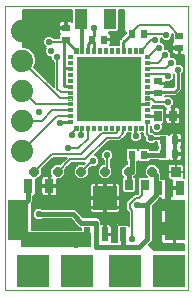
<source format=gbl>
G75*
%MOIN*%
%OFA0B0*%
%FSLAX25Y25*%
%IPPOS*%
%LPD*%
%AMOC8*
5,1,8,0,0,1.08239X$1,22.5*
%
%ADD10C,0.00000*%
%ADD11C,0.00344*%
%ADD12R,0.21260X0.21260*%
%ADD13R,0.02362X0.02756*%
%ADD14R,0.03937X0.06693*%
%ADD15R,0.02756X0.02362*%
%ADD16C,0.07400*%
%ADD17R,0.02756X0.03543*%
%ADD18R,0.10630X0.10630*%
%ADD19R,0.07087X0.07087*%
%ADD20R,0.03150X0.04724*%
%ADD21OC8,0.03181*%
%ADD22R,0.03181X0.03181*%
%ADD23R,0.02283X0.04724*%
%ADD24R,0.07874X0.07874*%
%ADD25C,0.00600*%
%ADD26OC8,0.02205*%
%ADD27C,0.01000*%
%ADD28R,0.02205X0.02205*%
%ADD29C,0.01600*%
%ADD30C,0.01200*%
D10*
X0051468Y0044415D02*
X0112491Y0044415D01*
X0112491Y0087722D01*
X0112491Y0079848D02*
X0112491Y0138903D01*
X0051468Y0138903D01*
X0051468Y0044415D01*
X0056625Y0047013D02*
X0056627Y0047061D01*
X0056633Y0047109D01*
X0056643Y0047156D01*
X0056656Y0047202D01*
X0056674Y0047247D01*
X0056694Y0047291D01*
X0056719Y0047333D01*
X0056747Y0047372D01*
X0056777Y0047409D01*
X0056811Y0047443D01*
X0056848Y0047475D01*
X0056886Y0047504D01*
X0056927Y0047529D01*
X0056970Y0047551D01*
X0057015Y0047569D01*
X0057061Y0047583D01*
X0057108Y0047594D01*
X0057156Y0047601D01*
X0057204Y0047604D01*
X0057252Y0047603D01*
X0057300Y0047598D01*
X0057348Y0047589D01*
X0057394Y0047577D01*
X0057439Y0047560D01*
X0057483Y0047540D01*
X0057525Y0047517D01*
X0057565Y0047490D01*
X0057603Y0047460D01*
X0057638Y0047427D01*
X0057670Y0047391D01*
X0057700Y0047353D01*
X0057726Y0047312D01*
X0057748Y0047269D01*
X0057768Y0047225D01*
X0057783Y0047180D01*
X0057795Y0047133D01*
X0057803Y0047085D01*
X0057807Y0047037D01*
X0057807Y0046989D01*
X0057803Y0046941D01*
X0057795Y0046893D01*
X0057783Y0046846D01*
X0057768Y0046801D01*
X0057748Y0046757D01*
X0057726Y0046714D01*
X0057700Y0046673D01*
X0057670Y0046635D01*
X0057638Y0046599D01*
X0057603Y0046566D01*
X0057565Y0046536D01*
X0057525Y0046509D01*
X0057483Y0046486D01*
X0057439Y0046466D01*
X0057394Y0046449D01*
X0057348Y0046437D01*
X0057300Y0046428D01*
X0057252Y0046423D01*
X0057204Y0046422D01*
X0057156Y0046425D01*
X0057108Y0046432D01*
X0057061Y0046443D01*
X0057015Y0046457D01*
X0056970Y0046475D01*
X0056927Y0046497D01*
X0056886Y0046522D01*
X0056848Y0046551D01*
X0056811Y0046583D01*
X0056777Y0046617D01*
X0056747Y0046654D01*
X0056719Y0046693D01*
X0056694Y0046735D01*
X0056674Y0046779D01*
X0056656Y0046824D01*
X0056643Y0046870D01*
X0056633Y0046917D01*
X0056627Y0046965D01*
X0056625Y0047013D01*
X0056625Y0054415D02*
X0056627Y0054463D01*
X0056633Y0054511D01*
X0056643Y0054558D01*
X0056656Y0054604D01*
X0056674Y0054649D01*
X0056694Y0054693D01*
X0056719Y0054735D01*
X0056747Y0054774D01*
X0056777Y0054811D01*
X0056811Y0054845D01*
X0056848Y0054877D01*
X0056886Y0054906D01*
X0056927Y0054931D01*
X0056970Y0054953D01*
X0057015Y0054971D01*
X0057061Y0054985D01*
X0057108Y0054996D01*
X0057156Y0055003D01*
X0057204Y0055006D01*
X0057252Y0055005D01*
X0057300Y0055000D01*
X0057348Y0054991D01*
X0057394Y0054979D01*
X0057439Y0054962D01*
X0057483Y0054942D01*
X0057525Y0054919D01*
X0057565Y0054892D01*
X0057603Y0054862D01*
X0057638Y0054829D01*
X0057670Y0054793D01*
X0057700Y0054755D01*
X0057726Y0054714D01*
X0057748Y0054671D01*
X0057768Y0054627D01*
X0057783Y0054582D01*
X0057795Y0054535D01*
X0057803Y0054487D01*
X0057807Y0054439D01*
X0057807Y0054391D01*
X0057803Y0054343D01*
X0057795Y0054295D01*
X0057783Y0054248D01*
X0057768Y0054203D01*
X0057748Y0054159D01*
X0057726Y0054116D01*
X0057700Y0054075D01*
X0057670Y0054037D01*
X0057638Y0054001D01*
X0057603Y0053968D01*
X0057565Y0053938D01*
X0057525Y0053911D01*
X0057483Y0053888D01*
X0057439Y0053868D01*
X0057394Y0053851D01*
X0057348Y0053839D01*
X0057300Y0053830D01*
X0057252Y0053825D01*
X0057204Y0053824D01*
X0057156Y0053827D01*
X0057108Y0053834D01*
X0057061Y0053845D01*
X0057015Y0053859D01*
X0056970Y0053877D01*
X0056927Y0053899D01*
X0056886Y0053924D01*
X0056848Y0053953D01*
X0056811Y0053985D01*
X0056777Y0054019D01*
X0056747Y0054056D01*
X0056719Y0054095D01*
X0056694Y0054137D01*
X0056674Y0054181D01*
X0056656Y0054226D01*
X0056643Y0054272D01*
X0056633Y0054319D01*
X0056627Y0054367D01*
X0056625Y0054415D01*
X0064026Y0054415D02*
X0064028Y0054463D01*
X0064034Y0054511D01*
X0064044Y0054558D01*
X0064057Y0054604D01*
X0064075Y0054649D01*
X0064095Y0054693D01*
X0064120Y0054735D01*
X0064148Y0054774D01*
X0064178Y0054811D01*
X0064212Y0054845D01*
X0064249Y0054877D01*
X0064287Y0054906D01*
X0064328Y0054931D01*
X0064371Y0054953D01*
X0064416Y0054971D01*
X0064462Y0054985D01*
X0064509Y0054996D01*
X0064557Y0055003D01*
X0064605Y0055006D01*
X0064653Y0055005D01*
X0064701Y0055000D01*
X0064749Y0054991D01*
X0064795Y0054979D01*
X0064840Y0054962D01*
X0064884Y0054942D01*
X0064926Y0054919D01*
X0064966Y0054892D01*
X0065004Y0054862D01*
X0065039Y0054829D01*
X0065071Y0054793D01*
X0065101Y0054755D01*
X0065127Y0054714D01*
X0065149Y0054671D01*
X0065169Y0054627D01*
X0065184Y0054582D01*
X0065196Y0054535D01*
X0065204Y0054487D01*
X0065208Y0054439D01*
X0065208Y0054391D01*
X0065204Y0054343D01*
X0065196Y0054295D01*
X0065184Y0054248D01*
X0065169Y0054203D01*
X0065149Y0054159D01*
X0065127Y0054116D01*
X0065101Y0054075D01*
X0065071Y0054037D01*
X0065039Y0054001D01*
X0065004Y0053968D01*
X0064966Y0053938D01*
X0064926Y0053911D01*
X0064884Y0053888D01*
X0064840Y0053868D01*
X0064795Y0053851D01*
X0064749Y0053839D01*
X0064701Y0053830D01*
X0064653Y0053825D01*
X0064605Y0053824D01*
X0064557Y0053827D01*
X0064509Y0053834D01*
X0064462Y0053845D01*
X0064416Y0053859D01*
X0064371Y0053877D01*
X0064328Y0053899D01*
X0064287Y0053924D01*
X0064249Y0053953D01*
X0064212Y0053985D01*
X0064178Y0054019D01*
X0064148Y0054056D01*
X0064120Y0054095D01*
X0064095Y0054137D01*
X0064075Y0054181D01*
X0064057Y0054226D01*
X0064044Y0054272D01*
X0064034Y0054319D01*
X0064028Y0054367D01*
X0064026Y0054415D01*
X0064026Y0047013D02*
X0064028Y0047061D01*
X0064034Y0047109D01*
X0064044Y0047156D01*
X0064057Y0047202D01*
X0064075Y0047247D01*
X0064095Y0047291D01*
X0064120Y0047333D01*
X0064148Y0047372D01*
X0064178Y0047409D01*
X0064212Y0047443D01*
X0064249Y0047475D01*
X0064287Y0047504D01*
X0064328Y0047529D01*
X0064371Y0047551D01*
X0064416Y0047569D01*
X0064462Y0047583D01*
X0064509Y0047594D01*
X0064557Y0047601D01*
X0064605Y0047604D01*
X0064653Y0047603D01*
X0064701Y0047598D01*
X0064749Y0047589D01*
X0064795Y0047577D01*
X0064840Y0047560D01*
X0064884Y0047540D01*
X0064926Y0047517D01*
X0064966Y0047490D01*
X0065004Y0047460D01*
X0065039Y0047427D01*
X0065071Y0047391D01*
X0065101Y0047353D01*
X0065127Y0047312D01*
X0065149Y0047269D01*
X0065169Y0047225D01*
X0065184Y0047180D01*
X0065196Y0047133D01*
X0065204Y0047085D01*
X0065208Y0047037D01*
X0065208Y0046989D01*
X0065204Y0046941D01*
X0065196Y0046893D01*
X0065184Y0046846D01*
X0065169Y0046801D01*
X0065149Y0046757D01*
X0065127Y0046714D01*
X0065101Y0046673D01*
X0065071Y0046635D01*
X0065039Y0046599D01*
X0065004Y0046566D01*
X0064966Y0046536D01*
X0064926Y0046509D01*
X0064884Y0046486D01*
X0064840Y0046466D01*
X0064795Y0046449D01*
X0064749Y0046437D01*
X0064701Y0046428D01*
X0064653Y0046423D01*
X0064605Y0046422D01*
X0064557Y0046425D01*
X0064509Y0046432D01*
X0064462Y0046443D01*
X0064416Y0046457D01*
X0064371Y0046475D01*
X0064328Y0046497D01*
X0064287Y0046522D01*
X0064249Y0046551D01*
X0064212Y0046583D01*
X0064178Y0046617D01*
X0064148Y0046654D01*
X0064120Y0046693D01*
X0064095Y0046735D01*
X0064075Y0046779D01*
X0064057Y0046824D01*
X0064044Y0046870D01*
X0064034Y0046917D01*
X0064028Y0046965D01*
X0064026Y0047013D01*
X0071192Y0047013D02*
X0071194Y0047061D01*
X0071200Y0047109D01*
X0071210Y0047156D01*
X0071223Y0047202D01*
X0071241Y0047247D01*
X0071261Y0047291D01*
X0071286Y0047333D01*
X0071314Y0047372D01*
X0071344Y0047409D01*
X0071378Y0047443D01*
X0071415Y0047475D01*
X0071453Y0047504D01*
X0071494Y0047529D01*
X0071537Y0047551D01*
X0071582Y0047569D01*
X0071628Y0047583D01*
X0071675Y0047594D01*
X0071723Y0047601D01*
X0071771Y0047604D01*
X0071819Y0047603D01*
X0071867Y0047598D01*
X0071915Y0047589D01*
X0071961Y0047577D01*
X0072006Y0047560D01*
X0072050Y0047540D01*
X0072092Y0047517D01*
X0072132Y0047490D01*
X0072170Y0047460D01*
X0072205Y0047427D01*
X0072237Y0047391D01*
X0072267Y0047353D01*
X0072293Y0047312D01*
X0072315Y0047269D01*
X0072335Y0047225D01*
X0072350Y0047180D01*
X0072362Y0047133D01*
X0072370Y0047085D01*
X0072374Y0047037D01*
X0072374Y0046989D01*
X0072370Y0046941D01*
X0072362Y0046893D01*
X0072350Y0046846D01*
X0072335Y0046801D01*
X0072315Y0046757D01*
X0072293Y0046714D01*
X0072267Y0046673D01*
X0072237Y0046635D01*
X0072205Y0046599D01*
X0072170Y0046566D01*
X0072132Y0046536D01*
X0072092Y0046509D01*
X0072050Y0046486D01*
X0072006Y0046466D01*
X0071961Y0046449D01*
X0071915Y0046437D01*
X0071867Y0046428D01*
X0071819Y0046423D01*
X0071771Y0046422D01*
X0071723Y0046425D01*
X0071675Y0046432D01*
X0071628Y0046443D01*
X0071582Y0046457D01*
X0071537Y0046475D01*
X0071494Y0046497D01*
X0071453Y0046522D01*
X0071415Y0046551D01*
X0071378Y0046583D01*
X0071344Y0046617D01*
X0071314Y0046654D01*
X0071286Y0046693D01*
X0071261Y0046735D01*
X0071241Y0046779D01*
X0071223Y0046824D01*
X0071210Y0046870D01*
X0071200Y0046917D01*
X0071194Y0046965D01*
X0071192Y0047013D01*
X0071192Y0054415D02*
X0071194Y0054463D01*
X0071200Y0054511D01*
X0071210Y0054558D01*
X0071223Y0054604D01*
X0071241Y0054649D01*
X0071261Y0054693D01*
X0071286Y0054735D01*
X0071314Y0054774D01*
X0071344Y0054811D01*
X0071378Y0054845D01*
X0071415Y0054877D01*
X0071453Y0054906D01*
X0071494Y0054931D01*
X0071537Y0054953D01*
X0071582Y0054971D01*
X0071628Y0054985D01*
X0071675Y0054996D01*
X0071723Y0055003D01*
X0071771Y0055006D01*
X0071819Y0055005D01*
X0071867Y0055000D01*
X0071915Y0054991D01*
X0071961Y0054979D01*
X0072006Y0054962D01*
X0072050Y0054942D01*
X0072092Y0054919D01*
X0072132Y0054892D01*
X0072170Y0054862D01*
X0072205Y0054829D01*
X0072237Y0054793D01*
X0072267Y0054755D01*
X0072293Y0054714D01*
X0072315Y0054671D01*
X0072335Y0054627D01*
X0072350Y0054582D01*
X0072362Y0054535D01*
X0072370Y0054487D01*
X0072374Y0054439D01*
X0072374Y0054391D01*
X0072370Y0054343D01*
X0072362Y0054295D01*
X0072350Y0054248D01*
X0072335Y0054203D01*
X0072315Y0054159D01*
X0072293Y0054116D01*
X0072267Y0054075D01*
X0072237Y0054037D01*
X0072205Y0054001D01*
X0072170Y0053968D01*
X0072132Y0053938D01*
X0072092Y0053911D01*
X0072050Y0053888D01*
X0072006Y0053868D01*
X0071961Y0053851D01*
X0071915Y0053839D01*
X0071867Y0053830D01*
X0071819Y0053825D01*
X0071771Y0053824D01*
X0071723Y0053827D01*
X0071675Y0053834D01*
X0071628Y0053845D01*
X0071582Y0053859D01*
X0071537Y0053877D01*
X0071494Y0053899D01*
X0071453Y0053924D01*
X0071415Y0053953D01*
X0071378Y0053985D01*
X0071344Y0054019D01*
X0071314Y0054056D01*
X0071286Y0054095D01*
X0071261Y0054137D01*
X0071241Y0054181D01*
X0071223Y0054226D01*
X0071210Y0054272D01*
X0071200Y0054319D01*
X0071194Y0054367D01*
X0071192Y0054415D01*
X0078593Y0054415D02*
X0078595Y0054463D01*
X0078601Y0054511D01*
X0078611Y0054558D01*
X0078624Y0054604D01*
X0078642Y0054649D01*
X0078662Y0054693D01*
X0078687Y0054735D01*
X0078715Y0054774D01*
X0078745Y0054811D01*
X0078779Y0054845D01*
X0078816Y0054877D01*
X0078854Y0054906D01*
X0078895Y0054931D01*
X0078938Y0054953D01*
X0078983Y0054971D01*
X0079029Y0054985D01*
X0079076Y0054996D01*
X0079124Y0055003D01*
X0079172Y0055006D01*
X0079220Y0055005D01*
X0079268Y0055000D01*
X0079316Y0054991D01*
X0079362Y0054979D01*
X0079407Y0054962D01*
X0079451Y0054942D01*
X0079493Y0054919D01*
X0079533Y0054892D01*
X0079571Y0054862D01*
X0079606Y0054829D01*
X0079638Y0054793D01*
X0079668Y0054755D01*
X0079694Y0054714D01*
X0079716Y0054671D01*
X0079736Y0054627D01*
X0079751Y0054582D01*
X0079763Y0054535D01*
X0079771Y0054487D01*
X0079775Y0054439D01*
X0079775Y0054391D01*
X0079771Y0054343D01*
X0079763Y0054295D01*
X0079751Y0054248D01*
X0079736Y0054203D01*
X0079716Y0054159D01*
X0079694Y0054116D01*
X0079668Y0054075D01*
X0079638Y0054037D01*
X0079606Y0054001D01*
X0079571Y0053968D01*
X0079533Y0053938D01*
X0079493Y0053911D01*
X0079451Y0053888D01*
X0079407Y0053868D01*
X0079362Y0053851D01*
X0079316Y0053839D01*
X0079268Y0053830D01*
X0079220Y0053825D01*
X0079172Y0053824D01*
X0079124Y0053827D01*
X0079076Y0053834D01*
X0079029Y0053845D01*
X0078983Y0053859D01*
X0078938Y0053877D01*
X0078895Y0053899D01*
X0078854Y0053924D01*
X0078816Y0053953D01*
X0078779Y0053985D01*
X0078745Y0054019D01*
X0078715Y0054056D01*
X0078687Y0054095D01*
X0078662Y0054137D01*
X0078642Y0054181D01*
X0078624Y0054226D01*
X0078611Y0054272D01*
X0078601Y0054319D01*
X0078595Y0054367D01*
X0078593Y0054415D01*
X0078593Y0047013D02*
X0078595Y0047061D01*
X0078601Y0047109D01*
X0078611Y0047156D01*
X0078624Y0047202D01*
X0078642Y0047247D01*
X0078662Y0047291D01*
X0078687Y0047333D01*
X0078715Y0047372D01*
X0078745Y0047409D01*
X0078779Y0047443D01*
X0078816Y0047475D01*
X0078854Y0047504D01*
X0078895Y0047529D01*
X0078938Y0047551D01*
X0078983Y0047569D01*
X0079029Y0047583D01*
X0079076Y0047594D01*
X0079124Y0047601D01*
X0079172Y0047604D01*
X0079220Y0047603D01*
X0079268Y0047598D01*
X0079316Y0047589D01*
X0079362Y0047577D01*
X0079407Y0047560D01*
X0079451Y0047540D01*
X0079493Y0047517D01*
X0079533Y0047490D01*
X0079571Y0047460D01*
X0079606Y0047427D01*
X0079638Y0047391D01*
X0079668Y0047353D01*
X0079694Y0047312D01*
X0079716Y0047269D01*
X0079736Y0047225D01*
X0079751Y0047180D01*
X0079763Y0047133D01*
X0079771Y0047085D01*
X0079775Y0047037D01*
X0079775Y0046989D01*
X0079771Y0046941D01*
X0079763Y0046893D01*
X0079751Y0046846D01*
X0079736Y0046801D01*
X0079716Y0046757D01*
X0079694Y0046714D01*
X0079668Y0046673D01*
X0079638Y0046635D01*
X0079606Y0046599D01*
X0079571Y0046566D01*
X0079533Y0046536D01*
X0079493Y0046509D01*
X0079451Y0046486D01*
X0079407Y0046466D01*
X0079362Y0046449D01*
X0079316Y0046437D01*
X0079268Y0046428D01*
X0079220Y0046423D01*
X0079172Y0046422D01*
X0079124Y0046425D01*
X0079076Y0046432D01*
X0079029Y0046443D01*
X0078983Y0046457D01*
X0078938Y0046475D01*
X0078895Y0046497D01*
X0078854Y0046522D01*
X0078816Y0046551D01*
X0078779Y0046583D01*
X0078745Y0046617D01*
X0078715Y0046654D01*
X0078687Y0046693D01*
X0078662Y0046735D01*
X0078642Y0046779D01*
X0078624Y0046824D01*
X0078611Y0046870D01*
X0078601Y0046917D01*
X0078595Y0046965D01*
X0078593Y0047013D01*
X0087333Y0047013D02*
X0087335Y0047061D01*
X0087341Y0047109D01*
X0087351Y0047156D01*
X0087364Y0047202D01*
X0087382Y0047247D01*
X0087402Y0047291D01*
X0087427Y0047333D01*
X0087455Y0047372D01*
X0087485Y0047409D01*
X0087519Y0047443D01*
X0087556Y0047475D01*
X0087594Y0047504D01*
X0087635Y0047529D01*
X0087678Y0047551D01*
X0087723Y0047569D01*
X0087769Y0047583D01*
X0087816Y0047594D01*
X0087864Y0047601D01*
X0087912Y0047604D01*
X0087960Y0047603D01*
X0088008Y0047598D01*
X0088056Y0047589D01*
X0088102Y0047577D01*
X0088147Y0047560D01*
X0088191Y0047540D01*
X0088233Y0047517D01*
X0088273Y0047490D01*
X0088311Y0047460D01*
X0088346Y0047427D01*
X0088378Y0047391D01*
X0088408Y0047353D01*
X0088434Y0047312D01*
X0088456Y0047269D01*
X0088476Y0047225D01*
X0088491Y0047180D01*
X0088503Y0047133D01*
X0088511Y0047085D01*
X0088515Y0047037D01*
X0088515Y0046989D01*
X0088511Y0046941D01*
X0088503Y0046893D01*
X0088491Y0046846D01*
X0088476Y0046801D01*
X0088456Y0046757D01*
X0088434Y0046714D01*
X0088408Y0046673D01*
X0088378Y0046635D01*
X0088346Y0046599D01*
X0088311Y0046566D01*
X0088273Y0046536D01*
X0088233Y0046509D01*
X0088191Y0046486D01*
X0088147Y0046466D01*
X0088102Y0046449D01*
X0088056Y0046437D01*
X0088008Y0046428D01*
X0087960Y0046423D01*
X0087912Y0046422D01*
X0087864Y0046425D01*
X0087816Y0046432D01*
X0087769Y0046443D01*
X0087723Y0046457D01*
X0087678Y0046475D01*
X0087635Y0046497D01*
X0087594Y0046522D01*
X0087556Y0046551D01*
X0087519Y0046583D01*
X0087485Y0046617D01*
X0087455Y0046654D01*
X0087427Y0046693D01*
X0087402Y0046735D01*
X0087382Y0046779D01*
X0087364Y0046824D01*
X0087351Y0046870D01*
X0087341Y0046917D01*
X0087335Y0046965D01*
X0087333Y0047013D01*
X0087333Y0054415D02*
X0087335Y0054463D01*
X0087341Y0054511D01*
X0087351Y0054558D01*
X0087364Y0054604D01*
X0087382Y0054649D01*
X0087402Y0054693D01*
X0087427Y0054735D01*
X0087455Y0054774D01*
X0087485Y0054811D01*
X0087519Y0054845D01*
X0087556Y0054877D01*
X0087594Y0054906D01*
X0087635Y0054931D01*
X0087678Y0054953D01*
X0087723Y0054971D01*
X0087769Y0054985D01*
X0087816Y0054996D01*
X0087864Y0055003D01*
X0087912Y0055006D01*
X0087960Y0055005D01*
X0088008Y0055000D01*
X0088056Y0054991D01*
X0088102Y0054979D01*
X0088147Y0054962D01*
X0088191Y0054942D01*
X0088233Y0054919D01*
X0088273Y0054892D01*
X0088311Y0054862D01*
X0088346Y0054829D01*
X0088378Y0054793D01*
X0088408Y0054755D01*
X0088434Y0054714D01*
X0088456Y0054671D01*
X0088476Y0054627D01*
X0088491Y0054582D01*
X0088503Y0054535D01*
X0088511Y0054487D01*
X0088515Y0054439D01*
X0088515Y0054391D01*
X0088511Y0054343D01*
X0088503Y0054295D01*
X0088491Y0054248D01*
X0088476Y0054203D01*
X0088456Y0054159D01*
X0088434Y0054116D01*
X0088408Y0054075D01*
X0088378Y0054037D01*
X0088346Y0054001D01*
X0088311Y0053968D01*
X0088273Y0053938D01*
X0088233Y0053911D01*
X0088191Y0053888D01*
X0088147Y0053868D01*
X0088102Y0053851D01*
X0088056Y0053839D01*
X0088008Y0053830D01*
X0087960Y0053825D01*
X0087912Y0053824D01*
X0087864Y0053827D01*
X0087816Y0053834D01*
X0087769Y0053845D01*
X0087723Y0053859D01*
X0087678Y0053877D01*
X0087635Y0053899D01*
X0087594Y0053924D01*
X0087556Y0053953D01*
X0087519Y0053985D01*
X0087485Y0054019D01*
X0087455Y0054056D01*
X0087427Y0054095D01*
X0087402Y0054137D01*
X0087382Y0054181D01*
X0087364Y0054226D01*
X0087351Y0054272D01*
X0087341Y0054319D01*
X0087335Y0054367D01*
X0087333Y0054415D01*
X0094735Y0054415D02*
X0094737Y0054463D01*
X0094743Y0054511D01*
X0094753Y0054558D01*
X0094766Y0054604D01*
X0094784Y0054649D01*
X0094804Y0054693D01*
X0094829Y0054735D01*
X0094857Y0054774D01*
X0094887Y0054811D01*
X0094921Y0054845D01*
X0094958Y0054877D01*
X0094996Y0054906D01*
X0095037Y0054931D01*
X0095080Y0054953D01*
X0095125Y0054971D01*
X0095171Y0054985D01*
X0095218Y0054996D01*
X0095266Y0055003D01*
X0095314Y0055006D01*
X0095362Y0055005D01*
X0095410Y0055000D01*
X0095458Y0054991D01*
X0095504Y0054979D01*
X0095549Y0054962D01*
X0095593Y0054942D01*
X0095635Y0054919D01*
X0095675Y0054892D01*
X0095713Y0054862D01*
X0095748Y0054829D01*
X0095780Y0054793D01*
X0095810Y0054755D01*
X0095836Y0054714D01*
X0095858Y0054671D01*
X0095878Y0054627D01*
X0095893Y0054582D01*
X0095905Y0054535D01*
X0095913Y0054487D01*
X0095917Y0054439D01*
X0095917Y0054391D01*
X0095913Y0054343D01*
X0095905Y0054295D01*
X0095893Y0054248D01*
X0095878Y0054203D01*
X0095858Y0054159D01*
X0095836Y0054116D01*
X0095810Y0054075D01*
X0095780Y0054037D01*
X0095748Y0054001D01*
X0095713Y0053968D01*
X0095675Y0053938D01*
X0095635Y0053911D01*
X0095593Y0053888D01*
X0095549Y0053868D01*
X0095504Y0053851D01*
X0095458Y0053839D01*
X0095410Y0053830D01*
X0095362Y0053825D01*
X0095314Y0053824D01*
X0095266Y0053827D01*
X0095218Y0053834D01*
X0095171Y0053845D01*
X0095125Y0053859D01*
X0095080Y0053877D01*
X0095037Y0053899D01*
X0094996Y0053924D01*
X0094958Y0053953D01*
X0094921Y0053985D01*
X0094887Y0054019D01*
X0094857Y0054056D01*
X0094829Y0054095D01*
X0094804Y0054137D01*
X0094784Y0054181D01*
X0094766Y0054226D01*
X0094753Y0054272D01*
X0094743Y0054319D01*
X0094737Y0054367D01*
X0094735Y0054415D01*
X0094735Y0047013D02*
X0094737Y0047061D01*
X0094743Y0047109D01*
X0094753Y0047156D01*
X0094766Y0047202D01*
X0094784Y0047247D01*
X0094804Y0047291D01*
X0094829Y0047333D01*
X0094857Y0047372D01*
X0094887Y0047409D01*
X0094921Y0047443D01*
X0094958Y0047475D01*
X0094996Y0047504D01*
X0095037Y0047529D01*
X0095080Y0047551D01*
X0095125Y0047569D01*
X0095171Y0047583D01*
X0095218Y0047594D01*
X0095266Y0047601D01*
X0095314Y0047604D01*
X0095362Y0047603D01*
X0095410Y0047598D01*
X0095458Y0047589D01*
X0095504Y0047577D01*
X0095549Y0047560D01*
X0095593Y0047540D01*
X0095635Y0047517D01*
X0095675Y0047490D01*
X0095713Y0047460D01*
X0095748Y0047427D01*
X0095780Y0047391D01*
X0095810Y0047353D01*
X0095836Y0047312D01*
X0095858Y0047269D01*
X0095878Y0047225D01*
X0095893Y0047180D01*
X0095905Y0047133D01*
X0095913Y0047085D01*
X0095917Y0047037D01*
X0095917Y0046989D01*
X0095913Y0046941D01*
X0095905Y0046893D01*
X0095893Y0046846D01*
X0095878Y0046801D01*
X0095858Y0046757D01*
X0095836Y0046714D01*
X0095810Y0046673D01*
X0095780Y0046635D01*
X0095748Y0046599D01*
X0095713Y0046566D01*
X0095675Y0046536D01*
X0095635Y0046509D01*
X0095593Y0046486D01*
X0095549Y0046466D01*
X0095504Y0046449D01*
X0095458Y0046437D01*
X0095410Y0046428D01*
X0095362Y0046423D01*
X0095314Y0046422D01*
X0095266Y0046425D01*
X0095218Y0046432D01*
X0095171Y0046443D01*
X0095125Y0046457D01*
X0095080Y0046475D01*
X0095037Y0046497D01*
X0094996Y0046522D01*
X0094958Y0046551D01*
X0094921Y0046583D01*
X0094887Y0046617D01*
X0094857Y0046654D01*
X0094829Y0046693D01*
X0094804Y0046735D01*
X0094784Y0046779D01*
X0094766Y0046824D01*
X0094753Y0046870D01*
X0094743Y0046917D01*
X0094737Y0046965D01*
X0094735Y0047013D01*
X0101900Y0047013D02*
X0101902Y0047061D01*
X0101908Y0047109D01*
X0101918Y0047156D01*
X0101931Y0047202D01*
X0101949Y0047247D01*
X0101969Y0047291D01*
X0101994Y0047333D01*
X0102022Y0047372D01*
X0102052Y0047409D01*
X0102086Y0047443D01*
X0102123Y0047475D01*
X0102161Y0047504D01*
X0102202Y0047529D01*
X0102245Y0047551D01*
X0102290Y0047569D01*
X0102336Y0047583D01*
X0102383Y0047594D01*
X0102431Y0047601D01*
X0102479Y0047604D01*
X0102527Y0047603D01*
X0102575Y0047598D01*
X0102623Y0047589D01*
X0102669Y0047577D01*
X0102714Y0047560D01*
X0102758Y0047540D01*
X0102800Y0047517D01*
X0102840Y0047490D01*
X0102878Y0047460D01*
X0102913Y0047427D01*
X0102945Y0047391D01*
X0102975Y0047353D01*
X0103001Y0047312D01*
X0103023Y0047269D01*
X0103043Y0047225D01*
X0103058Y0047180D01*
X0103070Y0047133D01*
X0103078Y0047085D01*
X0103082Y0047037D01*
X0103082Y0046989D01*
X0103078Y0046941D01*
X0103070Y0046893D01*
X0103058Y0046846D01*
X0103043Y0046801D01*
X0103023Y0046757D01*
X0103001Y0046714D01*
X0102975Y0046673D01*
X0102945Y0046635D01*
X0102913Y0046599D01*
X0102878Y0046566D01*
X0102840Y0046536D01*
X0102800Y0046509D01*
X0102758Y0046486D01*
X0102714Y0046466D01*
X0102669Y0046449D01*
X0102623Y0046437D01*
X0102575Y0046428D01*
X0102527Y0046423D01*
X0102479Y0046422D01*
X0102431Y0046425D01*
X0102383Y0046432D01*
X0102336Y0046443D01*
X0102290Y0046457D01*
X0102245Y0046475D01*
X0102202Y0046497D01*
X0102161Y0046522D01*
X0102123Y0046551D01*
X0102086Y0046583D01*
X0102052Y0046617D01*
X0102022Y0046654D01*
X0101994Y0046693D01*
X0101969Y0046735D01*
X0101949Y0046779D01*
X0101931Y0046824D01*
X0101918Y0046870D01*
X0101908Y0046917D01*
X0101902Y0046965D01*
X0101900Y0047013D01*
X0101900Y0054415D02*
X0101902Y0054463D01*
X0101908Y0054511D01*
X0101918Y0054558D01*
X0101931Y0054604D01*
X0101949Y0054649D01*
X0101969Y0054693D01*
X0101994Y0054735D01*
X0102022Y0054774D01*
X0102052Y0054811D01*
X0102086Y0054845D01*
X0102123Y0054877D01*
X0102161Y0054906D01*
X0102202Y0054931D01*
X0102245Y0054953D01*
X0102290Y0054971D01*
X0102336Y0054985D01*
X0102383Y0054996D01*
X0102431Y0055003D01*
X0102479Y0055006D01*
X0102527Y0055005D01*
X0102575Y0055000D01*
X0102623Y0054991D01*
X0102669Y0054979D01*
X0102714Y0054962D01*
X0102758Y0054942D01*
X0102800Y0054919D01*
X0102840Y0054892D01*
X0102878Y0054862D01*
X0102913Y0054829D01*
X0102945Y0054793D01*
X0102975Y0054755D01*
X0103001Y0054714D01*
X0103023Y0054671D01*
X0103043Y0054627D01*
X0103058Y0054582D01*
X0103070Y0054535D01*
X0103078Y0054487D01*
X0103082Y0054439D01*
X0103082Y0054391D01*
X0103078Y0054343D01*
X0103070Y0054295D01*
X0103058Y0054248D01*
X0103043Y0054203D01*
X0103023Y0054159D01*
X0103001Y0054116D01*
X0102975Y0054075D01*
X0102945Y0054037D01*
X0102913Y0054001D01*
X0102878Y0053968D01*
X0102840Y0053938D01*
X0102800Y0053911D01*
X0102758Y0053888D01*
X0102714Y0053868D01*
X0102669Y0053851D01*
X0102623Y0053839D01*
X0102575Y0053830D01*
X0102527Y0053825D01*
X0102479Y0053824D01*
X0102431Y0053827D01*
X0102383Y0053834D01*
X0102336Y0053845D01*
X0102290Y0053859D01*
X0102245Y0053877D01*
X0102202Y0053899D01*
X0102161Y0053924D01*
X0102123Y0053953D01*
X0102086Y0053985D01*
X0102052Y0054019D01*
X0102022Y0054056D01*
X0101994Y0054095D01*
X0101969Y0054137D01*
X0101949Y0054181D01*
X0101931Y0054226D01*
X0101918Y0054272D01*
X0101908Y0054319D01*
X0101902Y0054367D01*
X0101900Y0054415D01*
X0109302Y0054415D02*
X0109304Y0054463D01*
X0109310Y0054511D01*
X0109320Y0054558D01*
X0109333Y0054604D01*
X0109351Y0054649D01*
X0109371Y0054693D01*
X0109396Y0054735D01*
X0109424Y0054774D01*
X0109454Y0054811D01*
X0109488Y0054845D01*
X0109525Y0054877D01*
X0109563Y0054906D01*
X0109604Y0054931D01*
X0109647Y0054953D01*
X0109692Y0054971D01*
X0109738Y0054985D01*
X0109785Y0054996D01*
X0109833Y0055003D01*
X0109881Y0055006D01*
X0109929Y0055005D01*
X0109977Y0055000D01*
X0110025Y0054991D01*
X0110071Y0054979D01*
X0110116Y0054962D01*
X0110160Y0054942D01*
X0110202Y0054919D01*
X0110242Y0054892D01*
X0110280Y0054862D01*
X0110315Y0054829D01*
X0110347Y0054793D01*
X0110377Y0054755D01*
X0110403Y0054714D01*
X0110425Y0054671D01*
X0110445Y0054627D01*
X0110460Y0054582D01*
X0110472Y0054535D01*
X0110480Y0054487D01*
X0110484Y0054439D01*
X0110484Y0054391D01*
X0110480Y0054343D01*
X0110472Y0054295D01*
X0110460Y0054248D01*
X0110445Y0054203D01*
X0110425Y0054159D01*
X0110403Y0054116D01*
X0110377Y0054075D01*
X0110347Y0054037D01*
X0110315Y0054001D01*
X0110280Y0053968D01*
X0110242Y0053938D01*
X0110202Y0053911D01*
X0110160Y0053888D01*
X0110116Y0053868D01*
X0110071Y0053851D01*
X0110025Y0053839D01*
X0109977Y0053830D01*
X0109929Y0053825D01*
X0109881Y0053824D01*
X0109833Y0053827D01*
X0109785Y0053834D01*
X0109738Y0053845D01*
X0109692Y0053859D01*
X0109647Y0053877D01*
X0109604Y0053899D01*
X0109563Y0053924D01*
X0109525Y0053953D01*
X0109488Y0053985D01*
X0109454Y0054019D01*
X0109424Y0054056D01*
X0109396Y0054095D01*
X0109371Y0054137D01*
X0109351Y0054181D01*
X0109333Y0054226D01*
X0109320Y0054272D01*
X0109310Y0054319D01*
X0109304Y0054367D01*
X0109302Y0054415D01*
X0109302Y0047013D02*
X0109304Y0047061D01*
X0109310Y0047109D01*
X0109320Y0047156D01*
X0109333Y0047202D01*
X0109351Y0047247D01*
X0109371Y0047291D01*
X0109396Y0047333D01*
X0109424Y0047372D01*
X0109454Y0047409D01*
X0109488Y0047443D01*
X0109525Y0047475D01*
X0109563Y0047504D01*
X0109604Y0047529D01*
X0109647Y0047551D01*
X0109692Y0047569D01*
X0109738Y0047583D01*
X0109785Y0047594D01*
X0109833Y0047601D01*
X0109881Y0047604D01*
X0109929Y0047603D01*
X0109977Y0047598D01*
X0110025Y0047589D01*
X0110071Y0047577D01*
X0110116Y0047560D01*
X0110160Y0047540D01*
X0110202Y0047517D01*
X0110242Y0047490D01*
X0110280Y0047460D01*
X0110315Y0047427D01*
X0110347Y0047391D01*
X0110377Y0047353D01*
X0110403Y0047312D01*
X0110425Y0047269D01*
X0110445Y0047225D01*
X0110460Y0047180D01*
X0110472Y0047133D01*
X0110480Y0047085D01*
X0110484Y0047037D01*
X0110484Y0046989D01*
X0110480Y0046941D01*
X0110472Y0046893D01*
X0110460Y0046846D01*
X0110445Y0046801D01*
X0110425Y0046757D01*
X0110403Y0046714D01*
X0110377Y0046673D01*
X0110347Y0046635D01*
X0110315Y0046599D01*
X0110280Y0046566D01*
X0110242Y0046536D01*
X0110202Y0046509D01*
X0110160Y0046486D01*
X0110116Y0046466D01*
X0110071Y0046449D01*
X0110025Y0046437D01*
X0109977Y0046428D01*
X0109929Y0046423D01*
X0109881Y0046422D01*
X0109833Y0046425D01*
X0109785Y0046432D01*
X0109738Y0046443D01*
X0109692Y0046457D01*
X0109647Y0046475D01*
X0109604Y0046497D01*
X0109563Y0046522D01*
X0109525Y0046551D01*
X0109488Y0046583D01*
X0109454Y0046617D01*
X0109424Y0046654D01*
X0109396Y0046693D01*
X0109371Y0046735D01*
X0109351Y0046779D01*
X0109333Y0046824D01*
X0109320Y0046870D01*
X0109310Y0046917D01*
X0109304Y0046965D01*
X0109302Y0047013D01*
D11*
X0096423Y0097776D02*
X0096423Y0099204D01*
X0097457Y0099204D01*
X0097457Y0097776D01*
X0096423Y0097776D01*
X0096423Y0098119D02*
X0097457Y0098119D01*
X0097457Y0098462D02*
X0096423Y0098462D01*
X0096423Y0098805D02*
X0097457Y0098805D01*
X0097457Y0099148D02*
X0096423Y0099148D01*
X0094455Y0099204D02*
X0094455Y0097776D01*
X0094455Y0099204D02*
X0095489Y0099204D01*
X0095489Y0097776D01*
X0094455Y0097776D01*
X0094455Y0098119D02*
X0095489Y0098119D01*
X0095489Y0098462D02*
X0094455Y0098462D01*
X0094455Y0098805D02*
X0095489Y0098805D01*
X0095489Y0099148D02*
X0094455Y0099148D01*
X0092486Y0099204D02*
X0092486Y0097776D01*
X0092486Y0099204D02*
X0093520Y0099204D01*
X0093520Y0097776D01*
X0092486Y0097776D01*
X0092486Y0098119D02*
X0093520Y0098119D01*
X0093520Y0098462D02*
X0092486Y0098462D01*
X0092486Y0098805D02*
X0093520Y0098805D01*
X0093520Y0099148D02*
X0092486Y0099148D01*
X0090518Y0099204D02*
X0090518Y0097776D01*
X0090518Y0099204D02*
X0091552Y0099204D01*
X0091552Y0097776D01*
X0090518Y0097776D01*
X0090518Y0098119D02*
X0091552Y0098119D01*
X0091552Y0098462D02*
X0090518Y0098462D01*
X0090518Y0098805D02*
X0091552Y0098805D01*
X0091552Y0099148D02*
X0090518Y0099148D01*
X0088549Y0099204D02*
X0088549Y0097776D01*
X0088549Y0099204D02*
X0089583Y0099204D01*
X0089583Y0097776D01*
X0088549Y0097776D01*
X0088549Y0098119D02*
X0089583Y0098119D01*
X0089583Y0098462D02*
X0088549Y0098462D01*
X0088549Y0098805D02*
X0089583Y0098805D01*
X0089583Y0099148D02*
X0088549Y0099148D01*
X0086581Y0099204D02*
X0086581Y0097776D01*
X0086581Y0099204D02*
X0087615Y0099204D01*
X0087615Y0097776D01*
X0086581Y0097776D01*
X0086581Y0098119D02*
X0087615Y0098119D01*
X0087615Y0098462D02*
X0086581Y0098462D01*
X0086581Y0098805D02*
X0087615Y0098805D01*
X0087615Y0099148D02*
X0086581Y0099148D01*
X0084612Y0099204D02*
X0084612Y0097776D01*
X0084612Y0099204D02*
X0085646Y0099204D01*
X0085646Y0097776D01*
X0084612Y0097776D01*
X0084612Y0098119D02*
X0085646Y0098119D01*
X0085646Y0098462D02*
X0084612Y0098462D01*
X0084612Y0098805D02*
X0085646Y0098805D01*
X0085646Y0099148D02*
X0084612Y0099148D01*
X0082644Y0099204D02*
X0082644Y0097776D01*
X0082644Y0099204D02*
X0083678Y0099204D01*
X0083678Y0097776D01*
X0082644Y0097776D01*
X0082644Y0098119D02*
X0083678Y0098119D01*
X0083678Y0098462D02*
X0082644Y0098462D01*
X0082644Y0098805D02*
X0083678Y0098805D01*
X0083678Y0099148D02*
X0082644Y0099148D01*
X0080675Y0099204D02*
X0080675Y0097776D01*
X0080675Y0099204D02*
X0081709Y0099204D01*
X0081709Y0097776D01*
X0080675Y0097776D01*
X0080675Y0098119D02*
X0081709Y0098119D01*
X0081709Y0098462D02*
X0080675Y0098462D01*
X0080675Y0098805D02*
X0081709Y0098805D01*
X0081709Y0099148D02*
X0080675Y0099148D01*
X0078707Y0099204D02*
X0078707Y0097776D01*
X0078707Y0099204D02*
X0079741Y0099204D01*
X0079741Y0097776D01*
X0078707Y0097776D01*
X0078707Y0098119D02*
X0079741Y0098119D01*
X0079741Y0098462D02*
X0078707Y0098462D01*
X0078707Y0098805D02*
X0079741Y0098805D01*
X0079741Y0099148D02*
X0078707Y0099148D01*
X0076738Y0099204D02*
X0076738Y0097776D01*
X0076738Y0099204D02*
X0077772Y0099204D01*
X0077772Y0097776D01*
X0076738Y0097776D01*
X0076738Y0098119D02*
X0077772Y0098119D01*
X0077772Y0098462D02*
X0076738Y0098462D01*
X0076738Y0098805D02*
X0077772Y0098805D01*
X0077772Y0099148D02*
X0076738Y0099148D01*
X0074770Y0099204D02*
X0074770Y0097776D01*
X0074770Y0099204D02*
X0075804Y0099204D01*
X0075804Y0097776D01*
X0074770Y0097776D01*
X0074770Y0098119D02*
X0075804Y0098119D01*
X0075804Y0098462D02*
X0074770Y0098462D01*
X0074770Y0098805D02*
X0075804Y0098805D01*
X0075804Y0099148D02*
X0074770Y0099148D01*
X0073973Y0101034D02*
X0072545Y0101034D01*
X0073973Y0101034D02*
X0073973Y0100000D01*
X0072545Y0100000D01*
X0072545Y0101034D01*
X0072545Y0100343D02*
X0073973Y0100343D01*
X0073973Y0100686D02*
X0072545Y0100686D01*
X0072545Y0101029D02*
X0073973Y0101029D01*
X0073973Y0103003D02*
X0072545Y0103003D01*
X0073973Y0103003D02*
X0073973Y0101969D01*
X0072545Y0101969D01*
X0072545Y0103003D01*
X0072545Y0102312D02*
X0073973Y0102312D01*
X0073973Y0102655D02*
X0072545Y0102655D01*
X0072545Y0102998D02*
X0073973Y0102998D01*
X0073973Y0104971D02*
X0072545Y0104971D01*
X0073973Y0104971D02*
X0073973Y0103937D01*
X0072545Y0103937D01*
X0072545Y0104971D01*
X0072545Y0104280D02*
X0073973Y0104280D01*
X0073973Y0104623D02*
X0072545Y0104623D01*
X0072545Y0104966D02*
X0073973Y0104966D01*
X0073973Y0106940D02*
X0072545Y0106940D01*
X0073973Y0106940D02*
X0073973Y0105906D01*
X0072545Y0105906D01*
X0072545Y0106940D01*
X0072545Y0106249D02*
X0073973Y0106249D01*
X0073973Y0106592D02*
X0072545Y0106592D01*
X0072545Y0106935D02*
X0073973Y0106935D01*
X0073973Y0108908D02*
X0072545Y0108908D01*
X0073973Y0108908D02*
X0073973Y0107874D01*
X0072545Y0107874D01*
X0072545Y0108908D01*
X0072545Y0108217D02*
X0073973Y0108217D01*
X0073973Y0108560D02*
X0072545Y0108560D01*
X0072545Y0108903D02*
X0073973Y0108903D01*
X0073973Y0110877D02*
X0072545Y0110877D01*
X0073973Y0110877D02*
X0073973Y0109843D01*
X0072545Y0109843D01*
X0072545Y0110877D01*
X0072545Y0110186D02*
X0073973Y0110186D01*
X0073973Y0110529D02*
X0072545Y0110529D01*
X0072545Y0110872D02*
X0073973Y0110872D01*
X0073973Y0112845D02*
X0072545Y0112845D01*
X0073973Y0112845D02*
X0073973Y0111811D01*
X0072545Y0111811D01*
X0072545Y0112845D01*
X0072545Y0112154D02*
X0073973Y0112154D01*
X0073973Y0112497D02*
X0072545Y0112497D01*
X0072545Y0112840D02*
X0073973Y0112840D01*
X0073973Y0114814D02*
X0072545Y0114814D01*
X0073973Y0114814D02*
X0073973Y0113780D01*
X0072545Y0113780D01*
X0072545Y0114814D01*
X0072545Y0114123D02*
X0073973Y0114123D01*
X0073973Y0114466D02*
X0072545Y0114466D01*
X0072545Y0114809D02*
X0073973Y0114809D01*
X0073973Y0116782D02*
X0072545Y0116782D01*
X0073973Y0116782D02*
X0073973Y0115748D01*
X0072545Y0115748D01*
X0072545Y0116782D01*
X0072545Y0116091D02*
X0073973Y0116091D01*
X0073973Y0116434D02*
X0072545Y0116434D01*
X0072545Y0116777D02*
X0073973Y0116777D01*
X0073973Y0118751D02*
X0072545Y0118751D01*
X0073973Y0118751D02*
X0073973Y0117717D01*
X0072545Y0117717D01*
X0072545Y0118751D01*
X0072545Y0118060D02*
X0073973Y0118060D01*
X0073973Y0118403D02*
X0072545Y0118403D01*
X0072545Y0118746D02*
X0073973Y0118746D01*
X0073973Y0120719D02*
X0072545Y0120719D01*
X0073973Y0120719D02*
X0073973Y0119685D01*
X0072545Y0119685D01*
X0072545Y0120719D01*
X0072545Y0120028D02*
X0073973Y0120028D01*
X0073973Y0120371D02*
X0072545Y0120371D01*
X0072545Y0120714D02*
X0073973Y0120714D01*
X0073973Y0122688D02*
X0072545Y0122688D01*
X0073973Y0122688D02*
X0073973Y0121654D01*
X0072545Y0121654D01*
X0072545Y0122688D01*
X0072545Y0121997D02*
X0073973Y0121997D01*
X0073973Y0122340D02*
X0072545Y0122340D01*
X0072545Y0122683D02*
X0073973Y0122683D01*
X0075804Y0123484D02*
X0075804Y0124912D01*
X0075804Y0123484D02*
X0074770Y0123484D01*
X0074770Y0124912D01*
X0075804Y0124912D01*
X0075804Y0123827D02*
X0074770Y0123827D01*
X0074770Y0124170D02*
X0075804Y0124170D01*
X0075804Y0124513D02*
X0074770Y0124513D01*
X0074770Y0124856D02*
X0075804Y0124856D01*
X0077772Y0124912D02*
X0077772Y0123484D01*
X0076738Y0123484D01*
X0076738Y0124912D01*
X0077772Y0124912D01*
X0077772Y0123827D02*
X0076738Y0123827D01*
X0076738Y0124170D02*
X0077772Y0124170D01*
X0077772Y0124513D02*
X0076738Y0124513D01*
X0076738Y0124856D02*
X0077772Y0124856D01*
X0079741Y0124912D02*
X0079741Y0123484D01*
X0078707Y0123484D01*
X0078707Y0124912D01*
X0079741Y0124912D01*
X0079741Y0123827D02*
X0078707Y0123827D01*
X0078707Y0124170D02*
X0079741Y0124170D01*
X0079741Y0124513D02*
X0078707Y0124513D01*
X0078707Y0124856D02*
X0079741Y0124856D01*
X0081709Y0124912D02*
X0081709Y0123484D01*
X0080675Y0123484D01*
X0080675Y0124912D01*
X0081709Y0124912D01*
X0081709Y0123827D02*
X0080675Y0123827D01*
X0080675Y0124170D02*
X0081709Y0124170D01*
X0081709Y0124513D02*
X0080675Y0124513D01*
X0080675Y0124856D02*
X0081709Y0124856D01*
X0083678Y0124912D02*
X0083678Y0123484D01*
X0082644Y0123484D01*
X0082644Y0124912D01*
X0083678Y0124912D01*
X0083678Y0123827D02*
X0082644Y0123827D01*
X0082644Y0124170D02*
X0083678Y0124170D01*
X0083678Y0124513D02*
X0082644Y0124513D01*
X0082644Y0124856D02*
X0083678Y0124856D01*
X0085646Y0124912D02*
X0085646Y0123484D01*
X0084612Y0123484D01*
X0084612Y0124912D01*
X0085646Y0124912D01*
X0085646Y0123827D02*
X0084612Y0123827D01*
X0084612Y0124170D02*
X0085646Y0124170D01*
X0085646Y0124513D02*
X0084612Y0124513D01*
X0084612Y0124856D02*
X0085646Y0124856D01*
X0087615Y0124912D02*
X0087615Y0123484D01*
X0086581Y0123484D01*
X0086581Y0124912D01*
X0087615Y0124912D01*
X0087615Y0123827D02*
X0086581Y0123827D01*
X0086581Y0124170D02*
X0087615Y0124170D01*
X0087615Y0124513D02*
X0086581Y0124513D01*
X0086581Y0124856D02*
X0087615Y0124856D01*
X0089583Y0124912D02*
X0089583Y0123484D01*
X0088549Y0123484D01*
X0088549Y0124912D01*
X0089583Y0124912D01*
X0089583Y0123827D02*
X0088549Y0123827D01*
X0088549Y0124170D02*
X0089583Y0124170D01*
X0089583Y0124513D02*
X0088549Y0124513D01*
X0088549Y0124856D02*
X0089583Y0124856D01*
X0091552Y0124912D02*
X0091552Y0123484D01*
X0090518Y0123484D01*
X0090518Y0124912D01*
X0091552Y0124912D01*
X0091552Y0123827D02*
X0090518Y0123827D01*
X0090518Y0124170D02*
X0091552Y0124170D01*
X0091552Y0124513D02*
X0090518Y0124513D01*
X0090518Y0124856D02*
X0091552Y0124856D01*
X0093520Y0124912D02*
X0093520Y0123484D01*
X0092486Y0123484D01*
X0092486Y0124912D01*
X0093520Y0124912D01*
X0093520Y0123827D02*
X0092486Y0123827D01*
X0092486Y0124170D02*
X0093520Y0124170D01*
X0093520Y0124513D02*
X0092486Y0124513D01*
X0092486Y0124856D02*
X0093520Y0124856D01*
X0095489Y0124912D02*
X0095489Y0123484D01*
X0094455Y0123484D01*
X0094455Y0124912D01*
X0095489Y0124912D01*
X0095489Y0123827D02*
X0094455Y0123827D01*
X0094455Y0124170D02*
X0095489Y0124170D01*
X0095489Y0124513D02*
X0094455Y0124513D01*
X0094455Y0124856D02*
X0095489Y0124856D01*
X0097457Y0124912D02*
X0097457Y0123484D01*
X0096423Y0123484D01*
X0096423Y0124912D01*
X0097457Y0124912D01*
X0097457Y0123827D02*
X0096423Y0123827D01*
X0096423Y0124170D02*
X0097457Y0124170D01*
X0097457Y0124513D02*
X0096423Y0124513D01*
X0096423Y0124856D02*
X0097457Y0124856D01*
X0098254Y0121654D02*
X0099682Y0121654D01*
X0098254Y0121654D02*
X0098254Y0122688D01*
X0099682Y0122688D01*
X0099682Y0121654D01*
X0099682Y0121997D02*
X0098254Y0121997D01*
X0098254Y0122340D02*
X0099682Y0122340D01*
X0099682Y0122683D02*
X0098254Y0122683D01*
X0098254Y0119685D02*
X0099682Y0119685D01*
X0098254Y0119685D02*
X0098254Y0120719D01*
X0099682Y0120719D01*
X0099682Y0119685D01*
X0099682Y0120028D02*
X0098254Y0120028D01*
X0098254Y0120371D02*
X0099682Y0120371D01*
X0099682Y0120714D02*
X0098254Y0120714D01*
X0098254Y0117717D02*
X0099682Y0117717D01*
X0098254Y0117717D02*
X0098254Y0118751D01*
X0099682Y0118751D01*
X0099682Y0117717D01*
X0099682Y0118060D02*
X0098254Y0118060D01*
X0098254Y0118403D02*
X0099682Y0118403D01*
X0099682Y0118746D02*
X0098254Y0118746D01*
X0098254Y0115748D02*
X0099682Y0115748D01*
X0098254Y0115748D02*
X0098254Y0116782D01*
X0099682Y0116782D01*
X0099682Y0115748D01*
X0099682Y0116091D02*
X0098254Y0116091D01*
X0098254Y0116434D02*
X0099682Y0116434D01*
X0099682Y0116777D02*
X0098254Y0116777D01*
X0098254Y0113780D02*
X0099682Y0113780D01*
X0098254Y0113780D02*
X0098254Y0114814D01*
X0099682Y0114814D01*
X0099682Y0113780D01*
X0099682Y0114123D02*
X0098254Y0114123D01*
X0098254Y0114466D02*
X0099682Y0114466D01*
X0099682Y0114809D02*
X0098254Y0114809D01*
X0098254Y0111811D02*
X0099682Y0111811D01*
X0098254Y0111811D02*
X0098254Y0112845D01*
X0099682Y0112845D01*
X0099682Y0111811D01*
X0099682Y0112154D02*
X0098254Y0112154D01*
X0098254Y0112497D02*
X0099682Y0112497D01*
X0099682Y0112840D02*
X0098254Y0112840D01*
X0098254Y0109843D02*
X0099682Y0109843D01*
X0098254Y0109843D02*
X0098254Y0110877D01*
X0099682Y0110877D01*
X0099682Y0109843D01*
X0099682Y0110186D02*
X0098254Y0110186D01*
X0098254Y0110529D02*
X0099682Y0110529D01*
X0099682Y0110872D02*
X0098254Y0110872D01*
X0098254Y0107874D02*
X0099682Y0107874D01*
X0098254Y0107874D02*
X0098254Y0108908D01*
X0099682Y0108908D01*
X0099682Y0107874D01*
X0099682Y0108217D02*
X0098254Y0108217D01*
X0098254Y0108560D02*
X0099682Y0108560D01*
X0099682Y0108903D02*
X0098254Y0108903D01*
X0098254Y0105906D02*
X0099682Y0105906D01*
X0098254Y0105906D02*
X0098254Y0106940D01*
X0099682Y0106940D01*
X0099682Y0105906D01*
X0099682Y0106249D02*
X0098254Y0106249D01*
X0098254Y0106592D02*
X0099682Y0106592D01*
X0099682Y0106935D02*
X0098254Y0106935D01*
X0098254Y0103937D02*
X0099682Y0103937D01*
X0098254Y0103937D02*
X0098254Y0104971D01*
X0099682Y0104971D01*
X0099682Y0103937D01*
X0099682Y0104280D02*
X0098254Y0104280D01*
X0098254Y0104623D02*
X0099682Y0104623D01*
X0099682Y0104966D02*
X0098254Y0104966D01*
X0098254Y0101969D02*
X0099682Y0101969D01*
X0098254Y0101969D02*
X0098254Y0103003D01*
X0099682Y0103003D01*
X0099682Y0101969D01*
X0099682Y0102312D02*
X0098254Y0102312D01*
X0098254Y0102655D02*
X0099682Y0102655D01*
X0099682Y0102998D02*
X0098254Y0102998D01*
X0098254Y0100000D02*
X0099682Y0100000D01*
X0098254Y0100000D02*
X0098254Y0101034D01*
X0099682Y0101034D01*
X0099682Y0100000D01*
X0099682Y0100343D02*
X0098254Y0100343D01*
X0098254Y0100686D02*
X0099682Y0100686D01*
X0099682Y0101029D02*
X0098254Y0101029D01*
D12*
X0086113Y0111344D03*
D13*
X0084539Y0127880D03*
X0080602Y0127880D03*
X0093987Y0129848D03*
X0097924Y0129848D03*
X0104420Y0094218D03*
X0108357Y0094218D03*
X0108357Y0089730D03*
X0104420Y0089730D03*
X0097924Y0089297D03*
X0093987Y0089297D03*
D14*
X0086704Y0134769D03*
X0076861Y0134769D03*
D15*
X0071940Y0131817D03*
X0071940Y0127880D03*
X0102570Y0114021D03*
X0102570Y0110084D03*
X0109735Y0125124D03*
X0109735Y0129061D03*
D16*
X0057373Y0130872D03*
X0057373Y0120872D03*
X0057373Y0110872D03*
X0057373Y0100872D03*
X0057373Y0090872D03*
D17*
X0093003Y0079454D03*
X0098121Y0079454D03*
X0102452Y0102486D03*
X0107570Y0102486D03*
D18*
X0106192Y0050714D03*
X0091625Y0050714D03*
X0075483Y0050714D03*
X0060917Y0050714D03*
D19*
X0056035Y0064336D03*
X0056035Y0071187D03*
X0108121Y0071187D03*
X0108121Y0064336D03*
D20*
X0109814Y0078273D03*
X0102728Y0078273D03*
X0066428Y0079061D03*
X0059342Y0079061D03*
D21*
X0061310Y0083785D03*
X0069184Y0083785D03*
X0077058Y0083785D03*
X0084932Y0083785D03*
X0092806Y0083785D03*
X0100680Y0083785D03*
D22*
X0108554Y0083785D03*
D23*
X0090838Y0062919D03*
X0084932Y0062919D03*
X0079027Y0062919D03*
D24*
X0084932Y0075124D03*
D25*
X0084632Y0074939D02*
X0061042Y0074939D01*
X0061042Y0074341D02*
X0079895Y0074341D01*
X0079895Y0074824D02*
X0079895Y0071042D01*
X0079970Y0070762D01*
X0080115Y0070511D01*
X0080320Y0070306D01*
X0080571Y0070162D01*
X0080850Y0070087D01*
X0084632Y0070087D01*
X0084632Y0074824D01*
X0079895Y0074824D01*
X0079895Y0075424D02*
X0084632Y0075424D01*
X0084632Y0080161D01*
X0080850Y0080161D01*
X0080571Y0080086D01*
X0080320Y0079941D01*
X0080115Y0079736D01*
X0079970Y0079485D01*
X0079895Y0079206D01*
X0079895Y0075424D01*
X0079895Y0075538D02*
X0061042Y0075538D01*
X0061042Y0075798D02*
X0061289Y0075798D01*
X0061817Y0076326D01*
X0061817Y0081295D01*
X0062342Y0081295D01*
X0063801Y0082753D01*
X0063801Y0084579D01*
X0067634Y0088412D01*
X0072114Y0088412D01*
X0069978Y0086276D01*
X0068153Y0086276D01*
X0066694Y0084817D01*
X0066694Y0082753D01*
X0066924Y0082523D01*
X0066728Y0082523D01*
X0066728Y0079361D01*
X0066128Y0079361D01*
X0066128Y0078761D01*
X0063754Y0078761D01*
X0063754Y0076554D01*
X0063829Y0076274D01*
X0063973Y0076023D01*
X0064178Y0075818D01*
X0064429Y0075673D01*
X0064709Y0075598D01*
X0066128Y0075598D01*
X0066128Y0078761D01*
X0066728Y0078761D01*
X0066728Y0075598D01*
X0068148Y0075598D01*
X0068428Y0075673D01*
X0068679Y0075818D01*
X0068883Y0076023D01*
X0069028Y0076274D01*
X0069103Y0076554D01*
X0069103Y0078761D01*
X0066728Y0078761D01*
X0066728Y0079361D01*
X0069103Y0079361D01*
X0069103Y0081295D01*
X0070216Y0081295D01*
X0071675Y0082753D01*
X0071675Y0084579D01*
X0073894Y0086798D01*
X0078374Y0086798D01*
X0077852Y0086276D01*
X0076027Y0086276D01*
X0074568Y0084817D01*
X0074568Y0082753D01*
X0076027Y0081295D01*
X0078090Y0081295D01*
X0079549Y0082753D01*
X0079549Y0084579D01*
X0080296Y0085326D01*
X0081825Y0085326D01*
X0082998Y0086499D01*
X0082998Y0088158D01*
X0081825Y0089331D01*
X0081466Y0089331D01*
X0086138Y0094002D01*
X0090075Y0094002D01*
X0092235Y0096162D01*
X0092235Y0096704D01*
X0093445Y0096704D01*
X0093166Y0096426D01*
X0093166Y0094767D01*
X0094339Y0093594D01*
X0095998Y0093594D01*
X0097171Y0094767D01*
X0097171Y0096426D01*
X0096892Y0096704D01*
X0097768Y0096704D01*
X0097768Y0095788D01*
X0098284Y0095272D01*
X0098284Y0094137D01*
X0099457Y0092964D01*
X0101116Y0092964D01*
X0101718Y0093566D01*
X0102339Y0093566D01*
X0102339Y0092467D01*
X0102720Y0092086D01*
X0102720Y0091862D01*
X0102339Y0091481D01*
X0102339Y0090997D01*
X0100005Y0090997D01*
X0100005Y0091048D01*
X0099478Y0091575D01*
X0096371Y0091575D01*
X0095956Y0091160D01*
X0095541Y0091575D01*
X0092434Y0091575D01*
X0091906Y0091048D01*
X0091906Y0087546D01*
X0092287Y0087165D01*
X0092287Y0086276D01*
X0091775Y0086276D01*
X0090316Y0084817D01*
X0090316Y0082753D01*
X0091098Y0081971D01*
X0090725Y0081599D01*
X0090725Y0077310D01*
X0091252Y0076783D01*
X0094754Y0076783D01*
X0095281Y0077310D01*
X0095281Y0081599D01*
X0094754Y0082126D01*
X0094732Y0082126D01*
X0095687Y0083081D01*
X0095687Y0087165D01*
X0095956Y0087434D01*
X0096371Y0087019D01*
X0099478Y0087019D01*
X0100005Y0087546D01*
X0100005Y0087597D01*
X0102722Y0087597D01*
X0102867Y0087452D01*
X0105974Y0087452D01*
X0106261Y0087738D01*
X0106296Y0087677D01*
X0106501Y0087472D01*
X0106752Y0087327D01*
X0107032Y0087252D01*
X0108067Y0087252D01*
X0108067Y0089439D01*
X0108648Y0089439D01*
X0108648Y0087252D01*
X0109683Y0087252D01*
X0109963Y0087327D01*
X0110214Y0087472D01*
X0110419Y0087677D01*
X0110564Y0087927D01*
X0110639Y0088207D01*
X0110639Y0089439D01*
X0108648Y0089439D01*
X0108648Y0090021D01*
X0108067Y0090021D01*
X0108067Y0093928D01*
X0108648Y0093928D01*
X0108648Y0094509D01*
X0108067Y0094509D01*
X0108067Y0096696D01*
X0107032Y0096696D01*
X0106752Y0096621D01*
X0106501Y0096476D01*
X0106296Y0096272D01*
X0106261Y0096210D01*
X0105974Y0096496D01*
X0102867Y0096496D01*
X0102737Y0096366D01*
X0101718Y0096366D01*
X0101116Y0096969D01*
X0100168Y0096969D01*
X0100168Y0098971D01*
X0100253Y0099056D01*
X0100253Y0097916D01*
X0101426Y0096743D01*
X0103085Y0096743D01*
X0104257Y0097916D01*
X0104257Y0099575D01*
X0104018Y0099814D01*
X0104203Y0099814D01*
X0104730Y0100341D01*
X0104730Y0104630D01*
X0104203Y0105158D01*
X0100754Y0105158D01*
X0100754Y0105219D01*
X0100867Y0105415D01*
X0100954Y0105739D01*
X0100954Y0105949D01*
X0101089Y0105813D01*
X0101102Y0105813D01*
X0101111Y0105804D01*
X0101597Y0105813D01*
X0104167Y0105813D01*
X0104969Y0105011D01*
X0105390Y0105011D01*
X0105312Y0104933D01*
X0105167Y0104682D01*
X0105092Y0104402D01*
X0105092Y0102786D01*
X0107270Y0102786D01*
X0107270Y0105358D01*
X0106974Y0105358D01*
X0107801Y0106184D01*
X0107801Y0107843D01*
X0106628Y0109016D01*
X0104969Y0109016D01*
X0104848Y0108895D01*
X0104848Y0109117D01*
X0108701Y0109117D01*
X0109521Y0109937D01*
X0109521Y0109937D01*
X0110742Y0111158D01*
X0110742Y0116330D01*
X0111344Y0116932D01*
X0111344Y0118591D01*
X0110171Y0119764D01*
X0108982Y0119764D01*
X0108982Y0120914D01*
X0107809Y0122087D01*
X0107013Y0122087D01*
X0107013Y0123433D01*
X0105840Y0124606D01*
X0105045Y0124606D01*
X0105045Y0125992D01*
X0103872Y0127165D01*
X0103470Y0127165D01*
X0103470Y0128512D01*
X0103452Y0128530D01*
X0103537Y0128530D01*
X0104575Y0127491D01*
X0106234Y0127491D01*
X0107407Y0128664D01*
X0107407Y0129692D01*
X0107457Y0129642D01*
X0107457Y0127507D01*
X0107744Y0127221D01*
X0107682Y0127185D01*
X0107477Y0126980D01*
X0107332Y0126729D01*
X0107257Y0126450D01*
X0107257Y0125414D01*
X0109445Y0125414D01*
X0109445Y0124833D01*
X0110026Y0124833D01*
X0110026Y0122843D01*
X0111258Y0122843D01*
X0111404Y0122882D01*
X0111404Y0081735D01*
X0111150Y0081735D01*
X0111170Y0081770D01*
X0111245Y0082050D01*
X0111245Y0083785D01*
X0108554Y0083785D01*
X0105864Y0083785D01*
X0105864Y0082050D01*
X0105939Y0081770D01*
X0106084Y0081519D01*
X0106288Y0081314D01*
X0106539Y0081170D01*
X0106819Y0081095D01*
X0107234Y0081095D01*
X0107214Y0081060D01*
X0107139Y0080780D01*
X0107139Y0078573D01*
X0109514Y0078573D01*
X0109514Y0077973D01*
X0107139Y0077973D01*
X0107139Y0075830D01*
X0105202Y0075830D01*
X0105202Y0081008D01*
X0104675Y0081535D01*
X0103561Y0081535D01*
X0103561Y0083308D01*
X0103171Y0083699D01*
X0103171Y0084817D01*
X0101712Y0086276D01*
X0099649Y0086276D01*
X0098190Y0084817D01*
X0098190Y0082753D01*
X0098817Y0082126D01*
X0096371Y0082126D01*
X0095843Y0081599D01*
X0095843Y0077310D01*
X0095937Y0077216D01*
X0095937Y0076408D01*
X0095853Y0076324D01*
X0094671Y0076324D01*
X0093969Y0075621D01*
X0092000Y0073652D01*
X0092000Y0071083D01*
X0092703Y0070380D01*
X0092787Y0070296D01*
X0092787Y0065746D01*
X0092352Y0066181D01*
X0089323Y0066181D01*
X0088796Y0065654D01*
X0088796Y0060288D01*
X0087141Y0060288D01*
X0087174Y0060412D01*
X0087174Y0062648D01*
X0085203Y0062648D01*
X0085203Y0063190D01*
X0084661Y0063190D01*
X0084661Y0066381D01*
X0083646Y0066381D01*
X0083483Y0066337D01*
X0083483Y0067560D01*
X0082487Y0068556D01*
X0077762Y0068556D01*
X0075963Y0070355D01*
X0074967Y0071351D01*
X0063977Y0071351D01*
X0063675Y0071654D01*
X0062016Y0071654D01*
X0060843Y0070481D01*
X0060843Y0068822D01*
X0062016Y0067649D01*
X0063675Y0067649D01*
X0063977Y0067951D01*
X0073559Y0067951D01*
X0076354Y0065156D01*
X0076985Y0065156D01*
X0076985Y0064513D01*
X0060478Y0064513D01*
X0060478Y0073226D01*
X0061042Y0073790D01*
X0061042Y0075798D01*
X0061627Y0076136D02*
X0063908Y0076136D01*
X0063754Y0076735D02*
X0061817Y0076735D01*
X0061817Y0077333D02*
X0063754Y0077333D01*
X0063754Y0077932D02*
X0061817Y0077932D01*
X0061817Y0078530D02*
X0063754Y0078530D01*
X0063754Y0079361D02*
X0066128Y0079361D01*
X0066128Y0082523D01*
X0064709Y0082523D01*
X0064429Y0082448D01*
X0064178Y0082303D01*
X0063973Y0082098D01*
X0063829Y0081847D01*
X0063754Y0081568D01*
X0063754Y0079361D01*
X0063754Y0079727D02*
X0061817Y0079727D01*
X0061817Y0079129D02*
X0066128Y0079129D01*
X0066128Y0079727D02*
X0066728Y0079727D01*
X0066728Y0079129D02*
X0079895Y0079129D01*
X0079895Y0078530D02*
X0069103Y0078530D01*
X0069103Y0077932D02*
X0079895Y0077932D01*
X0079895Y0077333D02*
X0069103Y0077333D01*
X0069103Y0076735D02*
X0079895Y0076735D01*
X0079895Y0076136D02*
X0068949Y0076136D01*
X0066728Y0076136D02*
X0066128Y0076136D01*
X0066128Y0076735D02*
X0066728Y0076735D01*
X0066728Y0077333D02*
X0066128Y0077333D01*
X0066128Y0077932D02*
X0066728Y0077932D01*
X0066728Y0078530D02*
X0066128Y0078530D01*
X0066128Y0080326D02*
X0066728Y0080326D01*
X0066728Y0080924D02*
X0066128Y0080924D01*
X0066128Y0081523D02*
X0066728Y0081523D01*
X0066728Y0082121D02*
X0066128Y0082121D01*
X0066727Y0082720D02*
X0063767Y0082720D01*
X0063801Y0083318D02*
X0066694Y0083318D01*
X0066694Y0083917D02*
X0063801Y0083917D01*
X0063801Y0084515D02*
X0066694Y0084515D01*
X0066991Y0085114D02*
X0064336Y0085114D01*
X0064934Y0085712D02*
X0067589Y0085712D01*
X0066131Y0086909D02*
X0070611Y0086909D01*
X0070013Y0086311D02*
X0065533Y0086311D01*
X0066730Y0087508D02*
X0071210Y0087508D01*
X0071808Y0088106D02*
X0067329Y0088106D01*
X0067137Y0089612D02*
X0076901Y0089612D01*
X0083948Y0096659D01*
X0088712Y0096659D01*
X0089066Y0097013D01*
X0089066Y0098490D01*
X0091035Y0098490D02*
X0091035Y0096659D01*
X0089578Y0095202D01*
X0085641Y0095202D01*
X0078436Y0087998D01*
X0073397Y0087998D01*
X0069184Y0083785D01*
X0071043Y0082121D02*
X0075200Y0082121D01*
X0075798Y0081523D02*
X0070444Y0081523D01*
X0069103Y0080924D02*
X0090725Y0080924D01*
X0090725Y0080326D02*
X0069103Y0080326D01*
X0069103Y0079727D02*
X0080110Y0079727D01*
X0078318Y0081523D02*
X0083672Y0081523D01*
X0083901Y0081295D02*
X0085964Y0081295D01*
X0087423Y0082753D01*
X0087423Y0084817D01*
X0086920Y0085320D01*
X0086920Y0087665D01*
X0087722Y0088468D01*
X0087722Y0090126D01*
X0086549Y0091299D01*
X0084890Y0091299D01*
X0083717Y0090126D01*
X0083717Y0088468D01*
X0084520Y0087665D01*
X0084520Y0086276D01*
X0083901Y0086276D01*
X0082442Y0084817D01*
X0082442Y0082753D01*
X0083901Y0081295D01*
X0083074Y0082121D02*
X0078917Y0082121D01*
X0079515Y0082720D02*
X0082475Y0082720D01*
X0082442Y0083318D02*
X0079549Y0083318D01*
X0079549Y0083917D02*
X0082442Y0083917D01*
X0082442Y0084515D02*
X0079549Y0084515D01*
X0080084Y0085114D02*
X0082739Y0085114D01*
X0082211Y0085712D02*
X0083337Y0085712D01*
X0082809Y0086311D02*
X0084520Y0086311D01*
X0084520Y0086909D02*
X0082998Y0086909D01*
X0082998Y0087508D02*
X0084520Y0087508D01*
X0084078Y0088106D02*
X0082998Y0088106D01*
X0082451Y0088705D02*
X0083717Y0088705D01*
X0083717Y0089303D02*
X0081852Y0089303D01*
X0082037Y0089902D02*
X0083717Y0089902D01*
X0084091Y0090500D02*
X0082636Y0090500D01*
X0083234Y0091099D02*
X0084690Y0091099D01*
X0083833Y0091697D02*
X0102556Y0091697D01*
X0102511Y0092296D02*
X0084431Y0092296D01*
X0085030Y0092894D02*
X0102339Y0092894D01*
X0102339Y0093493D02*
X0101645Y0093493D01*
X0100287Y0094966D02*
X0098968Y0096285D01*
X0098968Y0100517D01*
X0100168Y0098880D02*
X0100253Y0098880D01*
X0100253Y0098281D02*
X0100168Y0098281D01*
X0100168Y0097683D02*
X0100487Y0097683D01*
X0100168Y0097084D02*
X0101085Y0097084D01*
X0101599Y0096486D02*
X0102856Y0096486D01*
X0103425Y0097084D02*
X0111404Y0097084D01*
X0111404Y0096486D02*
X0110198Y0096486D01*
X0110214Y0096476D02*
X0109963Y0096621D01*
X0109683Y0096696D01*
X0108648Y0096696D01*
X0108648Y0094509D01*
X0110639Y0094509D01*
X0110639Y0095741D01*
X0110564Y0096021D01*
X0110419Y0096272D01*
X0110214Y0096476D01*
X0110599Y0095887D02*
X0111404Y0095887D01*
X0111404Y0095288D02*
X0110639Y0095288D01*
X0110639Y0094690D02*
X0111404Y0094690D01*
X0111404Y0094091D02*
X0108648Y0094091D01*
X0108648Y0093928D02*
X0110639Y0093928D01*
X0110639Y0092695D01*
X0110564Y0092416D01*
X0110419Y0092165D01*
X0110228Y0091974D01*
X0110419Y0091783D01*
X0110564Y0091533D01*
X0110639Y0091253D01*
X0110639Y0090021D01*
X0108648Y0090021D01*
X0108648Y0091740D01*
X0108648Y0093928D01*
X0108648Y0093493D02*
X0108067Y0093493D01*
X0108067Y0092894D02*
X0108648Y0092894D01*
X0108648Y0092296D02*
X0108067Y0092296D01*
X0108067Y0091697D02*
X0108648Y0091697D01*
X0108648Y0091099D02*
X0108067Y0091099D01*
X0108067Y0090500D02*
X0108648Y0090500D01*
X0108648Y0089902D02*
X0111404Y0089902D01*
X0111404Y0090500D02*
X0110639Y0090500D01*
X0110639Y0091099D02*
X0111404Y0091099D01*
X0111404Y0091697D02*
X0110468Y0091697D01*
X0110494Y0092296D02*
X0111404Y0092296D01*
X0111404Y0092894D02*
X0110639Y0092894D01*
X0110639Y0093493D02*
X0111404Y0093493D01*
X0108648Y0094690D02*
X0108067Y0094690D01*
X0108067Y0095288D02*
X0108648Y0095288D01*
X0108648Y0095887D02*
X0108067Y0095887D01*
X0108067Y0096486D02*
X0108648Y0096486D01*
X0106517Y0096486D02*
X0105985Y0096486D01*
X0104024Y0097683D02*
X0111404Y0097683D01*
X0111404Y0098281D02*
X0104257Y0098281D01*
X0104257Y0098880D02*
X0111404Y0098880D01*
X0111404Y0099478D02*
X0104257Y0099478D01*
X0104465Y0100077D02*
X0105290Y0100077D01*
X0105312Y0100039D02*
X0105517Y0099834D01*
X0105768Y0099689D01*
X0106047Y0099614D01*
X0107270Y0099614D01*
X0107270Y0102186D01*
X0105092Y0102186D01*
X0105092Y0100569D01*
X0105167Y0100290D01*
X0105312Y0100039D01*
X0105092Y0100675D02*
X0104730Y0100675D01*
X0104730Y0101274D02*
X0105092Y0101274D01*
X0105092Y0101872D02*
X0104730Y0101872D01*
X0104730Y0102471D02*
X0107270Y0102471D01*
X0107270Y0102186D02*
X0107270Y0102786D01*
X0107870Y0102786D01*
X0107870Y0105358D01*
X0109093Y0105358D01*
X0109373Y0105283D01*
X0109623Y0105138D01*
X0109828Y0104933D01*
X0109973Y0104682D01*
X0110048Y0104402D01*
X0110048Y0102786D01*
X0107870Y0102786D01*
X0107870Y0102186D01*
X0110048Y0102186D01*
X0110048Y0100569D01*
X0109973Y0100290D01*
X0109828Y0100039D01*
X0109623Y0099834D01*
X0109373Y0099689D01*
X0109093Y0099614D01*
X0107870Y0099614D01*
X0107870Y0102186D01*
X0107270Y0102186D01*
X0107270Y0101872D02*
X0107870Y0101872D01*
X0107870Y0101274D02*
X0107270Y0101274D01*
X0107270Y0100675D02*
X0107870Y0100675D01*
X0107870Y0100077D02*
X0107270Y0100077D01*
X0107870Y0102471D02*
X0111404Y0102471D01*
X0111404Y0103069D02*
X0110048Y0103069D01*
X0110048Y0103668D02*
X0111404Y0103668D01*
X0111404Y0104266D02*
X0110048Y0104266D01*
X0109868Y0104865D02*
X0111404Y0104865D01*
X0111404Y0105463D02*
X0107080Y0105463D01*
X0107270Y0104865D02*
X0107870Y0104865D01*
X0107870Y0104266D02*
X0107270Y0104266D01*
X0107270Y0103668D02*
X0107870Y0103668D01*
X0107870Y0103069D02*
X0107270Y0103069D01*
X0105092Y0103069D02*
X0104730Y0103069D01*
X0104730Y0103668D02*
X0105092Y0103668D01*
X0105092Y0104266D02*
X0104730Y0104266D01*
X0104496Y0104865D02*
X0105272Y0104865D01*
X0104517Y0105463D02*
X0100880Y0105463D01*
X0101586Y0107013D02*
X0100523Y0108037D01*
X0098968Y0108037D01*
X0098968Y0108391D01*
X0101586Y0107013D02*
X0105798Y0107013D01*
X0107188Y0108456D02*
X0111404Y0108456D01*
X0111404Y0109054D02*
X0104848Y0109054D01*
X0104569Y0111917D02*
X0104562Y0111924D01*
X0104623Y0111960D01*
X0104828Y0112165D01*
X0104973Y0112416D01*
X0105048Y0112695D01*
X0105048Y0113673D01*
X0106628Y0113673D01*
X0107801Y0114845D01*
X0107801Y0116471D01*
X0107942Y0116330D01*
X0107942Y0112318D01*
X0107541Y0111917D01*
X0104569Y0111917D01*
X0104710Y0112047D02*
X0107671Y0112047D01*
X0107942Y0112645D02*
X0105035Y0112645D01*
X0105048Y0113244D02*
X0107942Y0113244D01*
X0107942Y0113842D02*
X0106798Y0113842D01*
X0107396Y0114441D02*
X0107942Y0114441D01*
X0107942Y0115039D02*
X0107801Y0115039D01*
X0107801Y0115638D02*
X0107942Y0115638D01*
X0107942Y0116236D02*
X0107801Y0116236D01*
X0110742Y0116236D02*
X0111404Y0116236D01*
X0111404Y0115638D02*
X0110742Y0115638D01*
X0110742Y0115039D02*
X0111404Y0115039D01*
X0111404Y0114441D02*
X0110742Y0114441D01*
X0110742Y0113842D02*
X0111404Y0113842D01*
X0111404Y0113244D02*
X0110742Y0113244D01*
X0110742Y0112645D02*
X0111404Y0112645D01*
X0111404Y0112047D02*
X0110742Y0112047D01*
X0110742Y0111448D02*
X0111404Y0111448D01*
X0111404Y0110850D02*
X0110434Y0110850D01*
X0109835Y0110251D02*
X0111404Y0110251D01*
X0111404Y0109653D02*
X0109237Y0109653D01*
X0107786Y0107857D02*
X0111404Y0107857D01*
X0111404Y0107259D02*
X0107801Y0107259D01*
X0107801Y0106660D02*
X0111404Y0106660D01*
X0111404Y0106062D02*
X0107678Y0106062D01*
X0110048Y0101872D02*
X0111404Y0101872D01*
X0111404Y0101274D02*
X0110048Y0101274D01*
X0110048Y0100675D02*
X0111404Y0100675D01*
X0111404Y0100077D02*
X0109850Y0100077D01*
X0102452Y0102486D02*
X0102255Y0102486D01*
X0097768Y0096486D02*
X0097111Y0096486D01*
X0097171Y0095887D02*
X0097768Y0095887D01*
X0098267Y0095288D02*
X0097171Y0095288D01*
X0097094Y0094690D02*
X0098284Y0094690D01*
X0098330Y0094091D02*
X0096496Y0094091D01*
X0093841Y0094091D02*
X0090164Y0094091D01*
X0090763Y0094690D02*
X0093243Y0094690D01*
X0093166Y0095288D02*
X0091361Y0095288D01*
X0091960Y0095887D02*
X0093166Y0095887D01*
X0093226Y0096486D02*
X0092235Y0096486D01*
X0091958Y0091099D02*
X0086749Y0091099D01*
X0087348Y0090500D02*
X0091906Y0090500D01*
X0091906Y0089902D02*
X0087722Y0089902D01*
X0087722Y0089303D02*
X0091906Y0089303D01*
X0091906Y0088705D02*
X0087722Y0088705D01*
X0087361Y0088106D02*
X0091906Y0088106D01*
X0091945Y0087508D02*
X0086920Y0087508D01*
X0086920Y0086909D02*
X0092287Y0086909D01*
X0092287Y0086311D02*
X0086920Y0086311D01*
X0086920Y0085712D02*
X0091211Y0085712D01*
X0090613Y0085114D02*
X0087126Y0085114D01*
X0087423Y0084515D02*
X0090316Y0084515D01*
X0090316Y0083917D02*
X0087423Y0083917D01*
X0087423Y0083318D02*
X0090316Y0083318D01*
X0090349Y0082720D02*
X0087389Y0082720D01*
X0086791Y0082121D02*
X0090948Y0082121D01*
X0090725Y0081523D02*
X0086192Y0081523D01*
X0085232Y0080161D02*
X0085232Y0075424D01*
X0084632Y0075424D01*
X0084632Y0074824D01*
X0085232Y0074824D01*
X0085232Y0075424D01*
X0089969Y0075424D01*
X0089969Y0079206D01*
X0089894Y0079485D01*
X0089749Y0079736D01*
X0089545Y0079941D01*
X0089294Y0080086D01*
X0089014Y0080161D01*
X0085232Y0080161D01*
X0085232Y0079727D02*
X0084632Y0079727D01*
X0084632Y0079129D02*
X0085232Y0079129D01*
X0085232Y0078530D02*
X0084632Y0078530D01*
X0084632Y0077932D02*
X0085232Y0077932D01*
X0085232Y0077333D02*
X0084632Y0077333D01*
X0084632Y0076735D02*
X0085232Y0076735D01*
X0085232Y0076136D02*
X0084632Y0076136D01*
X0084632Y0075538D02*
X0085232Y0075538D01*
X0085232Y0074939D02*
X0093287Y0074939D01*
X0093885Y0075538D02*
X0089969Y0075538D01*
X0089969Y0076136D02*
X0094484Y0076136D01*
X0095169Y0075124D02*
X0096350Y0075124D01*
X0097137Y0075911D01*
X0097137Y0079454D01*
X0098121Y0079454D01*
X0095843Y0079727D02*
X0095281Y0079727D01*
X0095281Y0079129D02*
X0095843Y0079129D01*
X0095843Y0078530D02*
X0095281Y0078530D01*
X0095281Y0077932D02*
X0095843Y0077932D01*
X0095843Y0077333D02*
X0095281Y0077333D01*
X0095937Y0076735D02*
X0089969Y0076735D01*
X0089969Y0077333D02*
X0090725Y0077333D01*
X0090725Y0077932D02*
X0089969Y0077932D01*
X0089969Y0078530D02*
X0090725Y0078530D01*
X0090725Y0079129D02*
X0089969Y0079129D01*
X0089755Y0079727D02*
X0090725Y0079727D01*
X0094759Y0082121D02*
X0096366Y0082121D01*
X0095843Y0081523D02*
X0095281Y0081523D01*
X0095281Y0080924D02*
X0095843Y0080924D01*
X0095843Y0080326D02*
X0095281Y0080326D01*
X0095326Y0082720D02*
X0098223Y0082720D01*
X0098190Y0083318D02*
X0095687Y0083318D01*
X0095687Y0083917D02*
X0098190Y0083917D01*
X0098190Y0084515D02*
X0095687Y0084515D01*
X0095687Y0085114D02*
X0098487Y0085114D01*
X0099085Y0085712D02*
X0095687Y0085712D01*
X0095687Y0086311D02*
X0106384Y0086311D01*
X0106288Y0086256D02*
X0106084Y0086051D01*
X0105939Y0085800D01*
X0105864Y0085520D01*
X0105864Y0083785D01*
X0108554Y0083785D01*
X0108554Y0083785D01*
X0108554Y0086476D01*
X0106819Y0086476D01*
X0106539Y0086401D01*
X0106288Y0086256D01*
X0105915Y0085712D02*
X0102275Y0085712D01*
X0102874Y0085114D02*
X0105864Y0085114D01*
X0105864Y0084515D02*
X0103171Y0084515D01*
X0103171Y0083917D02*
X0105864Y0083917D01*
X0105864Y0083318D02*
X0103551Y0083318D01*
X0103561Y0082720D02*
X0105864Y0082720D01*
X0105864Y0082121D02*
X0103561Y0082121D01*
X0104688Y0081523D02*
X0106081Y0081523D01*
X0105202Y0080924D02*
X0107178Y0080924D01*
X0107139Y0080326D02*
X0105202Y0080326D01*
X0105202Y0079727D02*
X0107139Y0079727D01*
X0107139Y0079129D02*
X0105202Y0079129D01*
X0105202Y0078530D02*
X0109514Y0078530D01*
X0107139Y0077932D02*
X0105202Y0077932D01*
X0105202Y0077333D02*
X0107139Y0077333D01*
X0107139Y0076735D02*
X0105202Y0076735D01*
X0105405Y0076305D02*
X0106586Y0076305D01*
X0106586Y0071580D01*
X0103436Y0071580D01*
X0103436Y0074336D01*
X0105405Y0074336D01*
X0105405Y0076305D01*
X0105405Y0076136D02*
X0106586Y0076136D01*
X0107139Y0076136D02*
X0105202Y0076136D01*
X0105405Y0075538D02*
X0106586Y0075538D01*
X0106586Y0074939D02*
X0105405Y0074939D01*
X0105405Y0074341D02*
X0106586Y0074341D01*
X0106586Y0073742D02*
X0103436Y0073742D01*
X0103478Y0073742D02*
X0102097Y0073742D01*
X0102566Y0074211D02*
X0103366Y0075011D01*
X0103514Y0075011D01*
X0103478Y0074875D01*
X0103478Y0071487D01*
X0107821Y0071487D01*
X0107821Y0070887D01*
X0103478Y0070887D01*
X0103478Y0064636D01*
X0107821Y0064636D01*
X0107821Y0064036D01*
X0108421Y0064036D01*
X0108421Y0059693D01*
X0111404Y0059693D01*
X0111404Y0057801D01*
X0101166Y0057801D01*
X0099552Y0059414D01*
X0100805Y0060668D01*
X0100805Y0072451D01*
X0102566Y0074211D01*
X0102695Y0074341D02*
X0103478Y0074341D01*
X0103495Y0074939D02*
X0103294Y0074939D01*
X0103436Y0073144D02*
X0106586Y0073144D01*
X0106586Y0072545D02*
X0103436Y0072545D01*
X0103478Y0072545D02*
X0100900Y0072545D01*
X0100805Y0071947D02*
X0103478Y0071947D01*
X0103436Y0071947D02*
X0106586Y0071947D01*
X0105798Y0071187D02*
X0105798Y0073155D01*
X0105798Y0071187D02*
X0108161Y0071187D01*
X0107821Y0071348D02*
X0100805Y0071348D01*
X0100805Y0070750D02*
X0103478Y0070750D01*
X0103478Y0070151D02*
X0100805Y0070151D01*
X0100805Y0069552D02*
X0103478Y0069552D01*
X0103478Y0068954D02*
X0100805Y0068954D01*
X0100805Y0068355D02*
X0103478Y0068355D01*
X0103478Y0067757D02*
X0100805Y0067757D01*
X0100805Y0067158D02*
X0103478Y0067158D01*
X0103436Y0066856D02*
X0110917Y0066856D01*
X0110917Y0062919D01*
X0103436Y0062919D01*
X0103436Y0066856D01*
X0103436Y0066560D02*
X0110917Y0066560D01*
X0110917Y0065961D02*
X0103436Y0065961D01*
X0103478Y0065961D02*
X0100805Y0065961D01*
X0100805Y0065363D02*
X0103478Y0065363D01*
X0103436Y0065363D02*
X0110917Y0065363D01*
X0110917Y0064764D02*
X0103436Y0064764D01*
X0103478Y0064764D02*
X0100805Y0064764D01*
X0100805Y0064166D02*
X0107821Y0064166D01*
X0107821Y0064036D02*
X0103478Y0064036D01*
X0103478Y0060648D01*
X0103553Y0060368D01*
X0103698Y0060118D01*
X0103903Y0059913D01*
X0104153Y0059768D01*
X0104433Y0059693D01*
X0107821Y0059693D01*
X0107821Y0064036D01*
X0107821Y0063567D02*
X0108421Y0063567D01*
X0108421Y0062969D02*
X0107821Y0062969D01*
X0107821Y0062370D02*
X0108421Y0062370D01*
X0108421Y0061772D02*
X0107821Y0061772D01*
X0107821Y0061173D02*
X0108421Y0061173D01*
X0108421Y0060575D02*
X0107821Y0060575D01*
X0107821Y0059976D02*
X0108421Y0059976D01*
X0111404Y0059378D02*
X0099589Y0059378D01*
X0100114Y0059976D02*
X0103839Y0059976D01*
X0103498Y0060575D02*
X0100712Y0060575D01*
X0100805Y0061173D02*
X0103478Y0061173D01*
X0103478Y0061772D02*
X0100805Y0061772D01*
X0100805Y0062370D02*
X0103478Y0062370D01*
X0103478Y0062969D02*
X0100805Y0062969D01*
X0100805Y0063567D02*
X0103478Y0063567D01*
X0103436Y0063567D02*
X0110917Y0063567D01*
X0110917Y0062969D02*
X0103436Y0062969D01*
X0103436Y0064166D02*
X0110917Y0064166D01*
X0108421Y0064636D02*
X0108421Y0066543D01*
X0108421Y0070887D01*
X0107821Y0070887D01*
X0107821Y0064636D01*
X0108421Y0064636D01*
X0108421Y0064764D02*
X0107821Y0064764D01*
X0107821Y0065363D02*
X0108421Y0065363D01*
X0108421Y0065961D02*
X0107821Y0065961D01*
X0107821Y0066560D02*
X0108421Y0066560D01*
X0108421Y0067158D02*
X0107821Y0067158D01*
X0107821Y0067757D02*
X0108421Y0067757D01*
X0108421Y0068355D02*
X0107821Y0068355D01*
X0107821Y0068954D02*
X0108421Y0068954D01*
X0108421Y0069552D02*
X0107821Y0069552D01*
X0107821Y0070151D02*
X0108421Y0070151D01*
X0108421Y0070750D02*
X0107821Y0070750D01*
X0103478Y0073144D02*
X0101498Y0073144D01*
X0100805Y0066560D02*
X0103478Y0066560D01*
X0100187Y0058779D02*
X0111404Y0058779D01*
X0111404Y0058181D02*
X0100786Y0058181D01*
X0093987Y0061344D02*
X0093987Y0070793D01*
X0093200Y0071580D01*
X0093200Y0073155D01*
X0095169Y0075124D01*
X0092688Y0074341D02*
X0089969Y0074341D01*
X0089969Y0074824D02*
X0085232Y0074824D01*
X0085232Y0070087D01*
X0089014Y0070087D01*
X0089294Y0070162D01*
X0089545Y0070306D01*
X0089749Y0070511D01*
X0089894Y0070762D01*
X0089969Y0071042D01*
X0089969Y0074824D01*
X0089969Y0073742D02*
X0092090Y0073742D01*
X0092000Y0073144D02*
X0089969Y0073144D01*
X0089969Y0072545D02*
X0092000Y0072545D01*
X0092000Y0071947D02*
X0089969Y0071947D01*
X0089969Y0071348D02*
X0092000Y0071348D01*
X0092334Y0070750D02*
X0089887Y0070750D01*
X0089254Y0070151D02*
X0092787Y0070151D01*
X0092787Y0069552D02*
X0076766Y0069552D01*
X0077364Y0068954D02*
X0092787Y0068954D01*
X0092787Y0068355D02*
X0082687Y0068355D01*
X0083286Y0067757D02*
X0092787Y0067757D01*
X0092787Y0067158D02*
X0083483Y0067158D01*
X0083483Y0066560D02*
X0092787Y0066560D01*
X0092787Y0065961D02*
X0092572Y0065961D01*
X0089104Y0065961D02*
X0086949Y0065961D01*
X0086954Y0065957D02*
X0086749Y0066161D01*
X0086499Y0066306D01*
X0086219Y0066381D01*
X0085203Y0066381D01*
X0085203Y0063190D01*
X0087174Y0063190D01*
X0087174Y0065426D01*
X0087099Y0065706D01*
X0086954Y0065957D01*
X0087174Y0065363D02*
X0088796Y0065363D01*
X0088796Y0064764D02*
X0087174Y0064764D01*
X0087174Y0064166D02*
X0088796Y0064166D01*
X0088796Y0063567D02*
X0087174Y0063567D01*
X0087174Y0062370D02*
X0088796Y0062370D01*
X0088796Y0061772D02*
X0087174Y0061772D01*
X0087174Y0061173D02*
X0088796Y0061173D01*
X0088796Y0060575D02*
X0087174Y0060575D01*
X0088796Y0062969D02*
X0085203Y0062969D01*
X0085203Y0063567D02*
X0084661Y0063567D01*
X0084661Y0064166D02*
X0085203Y0064166D01*
X0085203Y0064764D02*
X0084661Y0064764D01*
X0084661Y0065363D02*
X0085203Y0065363D01*
X0085203Y0065961D02*
X0084661Y0065961D01*
X0084632Y0070151D02*
X0085232Y0070151D01*
X0085232Y0070750D02*
X0084632Y0070750D01*
X0084632Y0071348D02*
X0085232Y0071348D01*
X0085232Y0071947D02*
X0084632Y0071947D01*
X0084632Y0072545D02*
X0085232Y0072545D01*
X0085232Y0073144D02*
X0084632Y0073144D01*
X0084632Y0073742D02*
X0085232Y0073742D01*
X0085232Y0074341D02*
X0084632Y0074341D01*
X0079895Y0073742D02*
X0060994Y0073742D01*
X0060478Y0073144D02*
X0079895Y0073144D01*
X0079895Y0072545D02*
X0060478Y0072545D01*
X0060478Y0071947D02*
X0079895Y0071947D01*
X0079895Y0071348D02*
X0074970Y0071348D01*
X0075569Y0070750D02*
X0079977Y0070750D01*
X0080610Y0070151D02*
X0076167Y0070151D01*
X0073753Y0067757D02*
X0063783Y0067757D01*
X0061908Y0067757D02*
X0060478Y0067757D01*
X0060478Y0068355D02*
X0061310Y0068355D01*
X0060843Y0068954D02*
X0060478Y0068954D01*
X0060478Y0069552D02*
X0060843Y0069552D01*
X0060843Y0070151D02*
X0060478Y0070151D01*
X0060478Y0070750D02*
X0061112Y0070750D01*
X0061711Y0071348D02*
X0060478Y0071348D01*
X0060478Y0067158D02*
X0074352Y0067158D01*
X0074950Y0066560D02*
X0060478Y0066560D01*
X0060478Y0065961D02*
X0075549Y0065961D01*
X0076147Y0065363D02*
X0060478Y0065363D01*
X0060478Y0064764D02*
X0076985Y0064764D01*
X0079814Y0063313D02*
X0057373Y0063313D01*
X0057373Y0058982D01*
X0079814Y0058982D01*
X0079814Y0063313D01*
X0079814Y0062969D02*
X0057373Y0062969D01*
X0057373Y0062370D02*
X0079814Y0062370D01*
X0079814Y0061772D02*
X0057373Y0061772D01*
X0057373Y0061173D02*
X0079814Y0061173D01*
X0079814Y0060575D02*
X0057373Y0060575D01*
X0057373Y0059976D02*
X0079814Y0059976D01*
X0079814Y0059378D02*
X0057373Y0059378D01*
X0061817Y0080326D02*
X0063754Y0080326D01*
X0063754Y0080924D02*
X0061817Y0080924D01*
X0062570Y0081523D02*
X0063754Y0081523D01*
X0063996Y0082121D02*
X0063169Y0082121D01*
X0061310Y0083785D02*
X0067137Y0089612D01*
X0072728Y0091659D02*
X0076066Y0091659D01*
X0079224Y0094817D01*
X0079224Y0098490D01*
X0077255Y0098490D02*
X0077058Y0098490D01*
X0077058Y0095990D01*
X0075287Y0097998D02*
X0075287Y0098490D01*
X0075287Y0097998D02*
X0074027Y0096738D01*
X0074381Y0096462D01*
X0073909Y0095990D01*
X0073259Y0102486D02*
X0068987Y0102486D01*
X0057373Y0090872D01*
X0057373Y0100872D02*
X0063830Y0100872D01*
X0067413Y0104454D01*
X0073259Y0104454D01*
X0073259Y0106423D02*
X0061822Y0106423D01*
X0057373Y0110872D01*
X0063107Y0116835D02*
X0067787Y0116835D01*
X0067787Y0117433D02*
X0062509Y0117433D01*
X0061910Y0118032D02*
X0067787Y0118032D01*
X0067787Y0118630D02*
X0061424Y0118630D01*
X0061391Y0118551D02*
X0061973Y0119957D01*
X0061973Y0121787D01*
X0061273Y0123477D01*
X0059979Y0124771D01*
X0058288Y0125472D01*
X0057486Y0125472D01*
X0057486Y0137816D01*
X0062491Y0137816D01*
X0062491Y0121187D01*
X0061973Y0121187D01*
X0061973Y0121787D01*
X0061273Y0123477D01*
X0059979Y0124771D01*
X0058288Y0125472D01*
X0057486Y0125472D01*
X0057486Y0130572D01*
X0057673Y0130572D01*
X0057673Y0131172D01*
X0057486Y0131172D01*
X0057486Y0137816D01*
X0073993Y0137816D01*
X0073993Y0133878D01*
X0073743Y0134023D01*
X0073463Y0134098D01*
X0072231Y0134098D01*
X0072231Y0132107D01*
X0071650Y0132107D01*
X0071650Y0134098D01*
X0070417Y0134098D01*
X0070138Y0134023D01*
X0069887Y0133878D01*
X0069682Y0133673D01*
X0069537Y0133422D01*
X0069462Y0133143D01*
X0069462Y0132107D01*
X0071650Y0132107D01*
X0071650Y0131526D01*
X0069462Y0131526D01*
X0069462Y0130491D01*
X0069537Y0130211D01*
X0069682Y0129960D01*
X0069887Y0129755D01*
X0069948Y0129720D01*
X0069662Y0129433D01*
X0069662Y0128292D01*
X0067863Y0128292D01*
X0067061Y0129095D01*
X0065402Y0129095D01*
X0064229Y0127922D01*
X0064229Y0126263D01*
X0065211Y0125281D01*
X0064898Y0124969D01*
X0064898Y0123310D01*
X0066071Y0122137D01*
X0066985Y0122137D01*
X0066985Y0121145D01*
X0067787Y0120342D01*
X0067787Y0112155D01*
X0061391Y0118551D01*
X0061672Y0119229D02*
X0067787Y0119229D01*
X0067787Y0119827D02*
X0061920Y0119827D01*
X0061973Y0120426D02*
X0067704Y0120426D01*
X0067105Y0121024D02*
X0061973Y0121024D01*
X0061973Y0121623D02*
X0062491Y0121623D01*
X0061973Y0121623D02*
X0066985Y0121623D01*
X0065987Y0122221D02*
X0061793Y0122221D01*
X0062491Y0122221D01*
X0062491Y0122820D02*
X0061545Y0122820D01*
X0065388Y0122820D01*
X0064898Y0123419D02*
X0061297Y0123419D01*
X0062491Y0123419D01*
X0062491Y0124017D02*
X0060733Y0124017D01*
X0064898Y0124017D01*
X0064898Y0124616D02*
X0060135Y0124616D01*
X0062491Y0124616D01*
X0062491Y0125214D02*
X0058910Y0125214D01*
X0065144Y0125214D01*
X0064679Y0125813D02*
X0057486Y0125813D01*
X0062491Y0125813D01*
X0062491Y0126411D02*
X0057486Y0126411D01*
X0057673Y0126411D01*
X0057673Y0126072D02*
X0057751Y0126072D01*
X0058497Y0126190D01*
X0059216Y0126423D01*
X0059889Y0126766D01*
X0060500Y0127210D01*
X0061034Y0127745D01*
X0061479Y0128356D01*
X0061822Y0129029D01*
X0062055Y0129748D01*
X0062173Y0130494D01*
X0062173Y0130572D01*
X0057673Y0130572D01*
X0057673Y0126072D01*
X0057673Y0127010D02*
X0057486Y0127010D01*
X0062491Y0127010D01*
X0062491Y0127608D02*
X0057486Y0127608D01*
X0057673Y0127608D01*
X0057673Y0128207D02*
X0057486Y0128207D01*
X0062491Y0128207D01*
X0062491Y0128805D02*
X0057486Y0128805D01*
X0057673Y0128805D01*
X0057673Y0129404D02*
X0057486Y0129404D01*
X0062491Y0129404D01*
X0061943Y0129404D02*
X0069662Y0129404D01*
X0069658Y0130002D02*
X0062095Y0130002D01*
X0062491Y0130002D02*
X0057486Y0130002D01*
X0057673Y0130002D01*
X0057673Y0130601D02*
X0069462Y0130601D01*
X0069462Y0131199D02*
X0062173Y0131199D01*
X0062173Y0131172D02*
X0062173Y0131249D01*
X0062055Y0131996D01*
X0061822Y0132714D01*
X0061479Y0133387D01*
X0061034Y0133999D01*
X0060500Y0134533D01*
X0059889Y0134977D01*
X0059216Y0135320D01*
X0058497Y0135554D01*
X0057751Y0135672D01*
X0057673Y0135672D01*
X0057673Y0131172D01*
X0062173Y0131172D01*
X0062491Y0131199D02*
X0057486Y0131199D01*
X0057673Y0131199D01*
X0057673Y0131798D02*
X0057486Y0131798D01*
X0062491Y0131798D01*
X0062086Y0131798D02*
X0071650Y0131798D01*
X0071650Y0132396D02*
X0072231Y0132396D01*
X0072231Y0132995D02*
X0071650Y0132995D01*
X0071650Y0133593D02*
X0072231Y0133593D01*
X0073993Y0134192D02*
X0060841Y0134192D01*
X0061329Y0133593D02*
X0069636Y0133593D01*
X0069462Y0132995D02*
X0061679Y0132995D01*
X0061925Y0132396D02*
X0069462Y0132396D01*
X0069662Y0128805D02*
X0067350Y0128805D01*
X0066231Y0127092D02*
X0071153Y0127092D01*
X0071389Y0127092D01*
X0068987Y0121974D02*
X0068987Y0111508D01*
X0070135Y0110360D01*
X0073259Y0110360D01*
X0073259Y0108391D02*
X0069854Y0108391D01*
X0057373Y0120872D01*
X0059178Y0126411D02*
X0064229Y0126411D01*
X0064229Y0127010D02*
X0060224Y0127010D01*
X0060898Y0127608D02*
X0064229Y0127608D01*
X0064514Y0128207D02*
X0061370Y0128207D01*
X0061707Y0128805D02*
X0065113Y0128805D01*
X0062491Y0130601D02*
X0057486Y0130601D01*
X0057486Y0132396D02*
X0062491Y0132396D01*
X0062491Y0132995D02*
X0057486Y0132995D01*
X0057673Y0132995D01*
X0057673Y0133593D02*
X0057486Y0133593D01*
X0062491Y0133593D01*
X0062491Y0134192D02*
X0057486Y0134192D01*
X0057673Y0134192D01*
X0057673Y0134790D02*
X0057486Y0134790D01*
X0062491Y0134790D01*
X0062491Y0135389D02*
X0057486Y0135389D01*
X0057673Y0135389D01*
X0057486Y0135987D02*
X0062491Y0135987D01*
X0062491Y0136586D02*
X0057486Y0136586D01*
X0073993Y0136586D01*
X0073993Y0137184D02*
X0057486Y0137184D01*
X0062491Y0137184D01*
X0062491Y0137783D02*
X0057486Y0137783D01*
X0073993Y0137783D01*
X0073993Y0135987D02*
X0057486Y0135987D01*
X0059004Y0135389D02*
X0073993Y0135389D01*
X0073993Y0134790D02*
X0060146Y0134790D01*
X0057673Y0132396D02*
X0057486Y0132396D01*
X0063706Y0116236D02*
X0067787Y0116236D01*
X0067787Y0115638D02*
X0064304Y0115638D01*
X0064903Y0115039D02*
X0067787Y0115039D01*
X0067787Y0114441D02*
X0065501Y0114441D01*
X0066100Y0113842D02*
X0067787Y0113842D01*
X0067787Y0113244D02*
X0066698Y0113244D01*
X0067297Y0112645D02*
X0067787Y0112645D01*
X0084829Y0127589D02*
X0084829Y0128170D01*
X0086820Y0128170D01*
X0086820Y0129402D01*
X0086745Y0129682D01*
X0086600Y0129933D01*
X0086395Y0130138D01*
X0086226Y0130235D01*
X0086226Y0130523D01*
X0089045Y0130523D01*
X0089572Y0131050D01*
X0089572Y0137816D01*
X0091119Y0137816D01*
X0091119Y0131050D01*
X0091646Y0130523D01*
X0091906Y0130523D01*
X0091906Y0129944D01*
X0089635Y0127672D01*
X0089635Y0125984D01*
X0088105Y0125984D01*
X0088082Y0125961D01*
X0088059Y0125984D01*
X0086691Y0125984D01*
X0086745Y0126077D01*
X0086820Y0126357D01*
X0086820Y0127589D01*
X0084829Y0127589D01*
X0084829Y0127608D02*
X0089635Y0127608D01*
X0089635Y0127010D02*
X0086820Y0127010D01*
X0086820Y0126411D02*
X0089635Y0126411D01*
X0090169Y0128207D02*
X0086820Y0128207D01*
X0086820Y0128805D02*
X0090768Y0128805D01*
X0091366Y0129404D02*
X0086819Y0129404D01*
X0086531Y0130002D02*
X0091906Y0130002D01*
X0091568Y0130601D02*
X0089123Y0130601D01*
X0089572Y0131199D02*
X0091119Y0131199D01*
X0091119Y0131798D02*
X0089572Y0131798D01*
X0089572Y0132396D02*
X0091119Y0132396D01*
X0091119Y0132995D02*
X0089572Y0132995D01*
X0089572Y0133593D02*
X0091119Y0133593D01*
X0091119Y0134192D02*
X0089572Y0134192D01*
X0089572Y0134790D02*
X0091119Y0134790D01*
X0091119Y0135389D02*
X0089572Y0135389D01*
X0089572Y0135987D02*
X0091119Y0135987D01*
X0091119Y0136586D02*
X0089572Y0136586D01*
X0089572Y0137184D02*
X0091119Y0137184D01*
X0091119Y0137783D02*
X0089572Y0137783D01*
X0096208Y0132620D02*
X0093987Y0130399D01*
X0093987Y0129848D01*
X0096208Y0132620D02*
X0106177Y0132620D01*
X0109735Y0129061D01*
X0107457Y0128805D02*
X0107407Y0128805D01*
X0107407Y0129404D02*
X0107457Y0129404D01*
X0107457Y0128207D02*
X0106949Y0128207D01*
X0107457Y0127608D02*
X0106351Y0127608D01*
X0107507Y0127010D02*
X0104028Y0127010D01*
X0104459Y0127608D02*
X0103470Y0127608D01*
X0103470Y0128207D02*
X0103860Y0128207D01*
X0104626Y0126411D02*
X0107257Y0126411D01*
X0107257Y0125813D02*
X0105045Y0125813D01*
X0105045Y0125214D02*
X0109445Y0125214D01*
X0109445Y0124833D02*
X0107257Y0124833D01*
X0107257Y0123798D01*
X0107332Y0123518D01*
X0107477Y0123267D01*
X0107682Y0123062D01*
X0107933Y0122918D01*
X0108213Y0122843D01*
X0109445Y0122843D01*
X0109445Y0124833D01*
X0109445Y0124616D02*
X0110026Y0124616D01*
X0110026Y0124017D02*
X0109445Y0124017D01*
X0109445Y0123419D02*
X0110026Y0123419D01*
X0111404Y0122820D02*
X0107013Y0122820D01*
X0107013Y0123419D02*
X0107390Y0123419D01*
X0107257Y0124017D02*
X0106430Y0124017D01*
X0107257Y0124616D02*
X0105045Y0124616D01*
X0103043Y0125163D02*
X0102294Y0125163D01*
X0099302Y0122171D01*
X0098968Y0122171D01*
X0098968Y0120202D02*
X0102609Y0120202D01*
X0105011Y0122604D01*
X0107013Y0122221D02*
X0111404Y0122221D01*
X0111404Y0121623D02*
X0108273Y0121623D01*
X0108871Y0121024D02*
X0111404Y0121024D01*
X0111404Y0120426D02*
X0108982Y0120426D01*
X0108982Y0119827D02*
X0111404Y0119827D01*
X0111404Y0119229D02*
X0110706Y0119229D01*
X0111305Y0118630D02*
X0111404Y0118630D01*
X0111404Y0118032D02*
X0111344Y0118032D01*
X0111344Y0117433D02*
X0111404Y0117433D01*
X0111404Y0116835D02*
X0111247Y0116835D01*
X0106980Y0120084D02*
X0105129Y0118234D01*
X0098968Y0118234D01*
X0098968Y0116265D02*
X0105208Y0116265D01*
X0105798Y0115675D01*
X0096940Y0124198D02*
X0100424Y0127683D01*
X0101468Y0127683D01*
X0097924Y0129730D02*
X0105169Y0129730D01*
X0105405Y0129494D01*
X0097924Y0129730D02*
X0097924Y0129848D01*
X0088082Y0118824D02*
X0088082Y0113313D01*
X0086113Y0111344D01*
X0085813Y0111044D02*
X0085813Y0101221D01*
X0086413Y0101221D01*
X0086413Y0111044D01*
X0085813Y0111044D01*
X0085813Y0110850D02*
X0086413Y0110850D01*
X0086413Y0110251D02*
X0085813Y0110251D01*
X0085813Y0109653D02*
X0086413Y0109653D01*
X0086413Y0109054D02*
X0085813Y0109054D01*
X0085813Y0108456D02*
X0086413Y0108456D01*
X0086413Y0107857D02*
X0085813Y0107857D01*
X0085813Y0107259D02*
X0086413Y0107259D01*
X0086413Y0106660D02*
X0085813Y0106660D01*
X0085813Y0106062D02*
X0086413Y0106062D01*
X0086413Y0105463D02*
X0085813Y0105463D01*
X0085813Y0104865D02*
X0086413Y0104865D01*
X0086413Y0104266D02*
X0085813Y0104266D01*
X0085813Y0103668D02*
X0086413Y0103668D01*
X0086413Y0103069D02*
X0085813Y0103069D01*
X0085813Y0102471D02*
X0086413Y0102471D01*
X0086413Y0101872D02*
X0085813Y0101872D01*
X0085813Y0101274D02*
X0086413Y0101274D01*
X0085629Y0093493D02*
X0098928Y0093493D01*
X0099954Y0091099D02*
X0102339Y0091099D01*
X0102811Y0087508D02*
X0099967Y0087508D01*
X0095687Y0086909D02*
X0111404Y0086909D01*
X0111404Y0086311D02*
X0110725Y0086311D01*
X0110820Y0086256D02*
X0110569Y0086401D01*
X0110290Y0086476D01*
X0108554Y0086476D01*
X0108554Y0083785D01*
X0108554Y0083785D01*
X0108554Y0083785D01*
X0111245Y0083785D01*
X0111245Y0085520D01*
X0111170Y0085800D01*
X0111025Y0086051D01*
X0110820Y0086256D01*
X0111193Y0085712D02*
X0111404Y0085712D01*
X0111404Y0085114D02*
X0111245Y0085114D01*
X0111245Y0084515D02*
X0111404Y0084515D01*
X0111404Y0083917D02*
X0111245Y0083917D01*
X0111245Y0083318D02*
X0111404Y0083318D01*
X0111404Y0082720D02*
X0111245Y0082720D01*
X0111245Y0082121D02*
X0111404Y0082121D01*
X0108554Y0083917D02*
X0108554Y0083917D01*
X0108554Y0084515D02*
X0108554Y0084515D01*
X0108554Y0085114D02*
X0108554Y0085114D01*
X0108554Y0085712D02*
X0108554Y0085712D01*
X0108554Y0086311D02*
X0108554Y0086311D01*
X0108648Y0087508D02*
X0108067Y0087508D01*
X0108067Y0088106D02*
X0108648Y0088106D01*
X0108648Y0088705D02*
X0108067Y0088705D01*
X0108067Y0089303D02*
X0108648Y0089303D01*
X0110639Y0089303D02*
X0111404Y0089303D01*
X0111404Y0088705D02*
X0110639Y0088705D01*
X0110612Y0088106D02*
X0111404Y0088106D01*
X0111404Y0087508D02*
X0110250Y0087508D01*
X0106465Y0087508D02*
X0106030Y0087508D01*
X0085720Y0089297D02*
X0085720Y0084573D01*
X0084932Y0083785D01*
X0080995Y0087328D02*
X0080602Y0087328D01*
X0077058Y0083785D01*
X0074568Y0083917D02*
X0071675Y0083917D01*
X0071675Y0084515D02*
X0074568Y0084515D01*
X0074865Y0085114D02*
X0072210Y0085114D01*
X0072809Y0085712D02*
X0075463Y0085712D01*
X0073407Y0086311D02*
X0077887Y0086311D01*
X0074568Y0083318D02*
X0071675Y0083318D01*
X0071641Y0082720D02*
X0074601Y0082720D01*
D26*
X0080995Y0087328D03*
X0085720Y0089297D03*
X0089263Y0084769D03*
X0087294Y0077683D03*
X0095641Y0072722D03*
X0093987Y0061344D03*
X0075247Y0059415D03*
X0062649Y0060084D03*
X0062846Y0069651D03*
X0072728Y0091659D03*
X0073909Y0095990D03*
X0077058Y0095990D03*
X0069775Y0099927D03*
X0062885Y0103864D03*
X0066035Y0115675D03*
X0063279Y0120006D03*
X0066901Y0124139D03*
X0068987Y0121974D03*
X0066231Y0127092D03*
X0066035Y0132210D03*
X0071940Y0136541D03*
X0081192Y0131580D03*
X0090444Y0131029D03*
X0092019Y0120793D03*
X0088082Y0118824D03*
X0084145Y0120793D03*
X0084145Y0116462D03*
X0092019Y0115281D03*
X0095602Y0111856D03*
X0095405Y0102013D03*
X0095169Y0095596D03*
X0098003Y0092486D03*
X0100287Y0094966D03*
X0102255Y0098746D03*
X0108554Y0098352D03*
X0110050Y0106502D03*
X0105798Y0107013D03*
X0105798Y0112840D03*
X0105798Y0115675D03*
X0109342Y0117761D03*
X0110129Y0120793D03*
X0106980Y0120084D03*
X0105011Y0122604D03*
X0103043Y0125163D03*
X0101468Y0127683D03*
X0105405Y0129494D03*
X0087294Y0102289D03*
X0078633Y0103864D03*
X0079027Y0108588D03*
D27*
X0073259Y0112328D02*
X0071153Y0112328D01*
X0071153Y0118234D01*
X0071153Y0127092D01*
X0071153Y0127289D01*
X0071940Y0127880D01*
X0072196Y0127289D01*
X0075287Y0124198D01*
X0079224Y0124198D02*
X0079224Y0126502D01*
X0080602Y0127880D01*
X0081192Y0129454D01*
X0081192Y0131580D01*
X0080602Y0127880D02*
X0081192Y0126698D01*
X0081192Y0124198D01*
X0073259Y0118234D02*
X0071153Y0118234D01*
X0069775Y0100517D02*
X0069775Y0099927D01*
X0069775Y0100517D02*
X0073259Y0100517D01*
X0081783Y0080635D02*
X0081783Y0078273D01*
X0084932Y0075124D02*
X0088082Y0075124D01*
X0088082Y0080635D01*
X0090838Y0071974D02*
X0079814Y0071974D01*
X0100287Y0094966D02*
X0104420Y0094966D01*
X0104420Y0094218D01*
X0102255Y0102486D02*
X0098968Y0102486D01*
X0095405Y0102013D02*
X0095405Y0106423D01*
X0098968Y0106423D01*
X0098968Y0110360D02*
X0102570Y0110360D01*
X0102570Y0110084D01*
X0102570Y0110517D01*
X0108121Y0110517D01*
X0109342Y0111738D01*
X0109342Y0117761D01*
X0105798Y0113352D02*
X0105798Y0112840D01*
X0105798Y0113352D02*
X0103239Y0113352D01*
X0102570Y0114021D01*
X0091035Y0124198D02*
X0091035Y0127092D01*
X0093791Y0129848D01*
X0093987Y0129848D01*
X0094972Y0098490D02*
X0094972Y0095793D01*
X0095169Y0095596D01*
D28*
X0078672Y0078273D03*
X0078672Y0075911D03*
X0071586Y0076305D03*
X0071586Y0078667D03*
X0071586Y0073943D03*
X0070405Y0065675D03*
X0065995Y0065675D03*
X0062846Y0066777D03*
X0062649Y0062447D03*
X0062885Y0072801D03*
X0062885Y0075045D03*
X0075247Y0061659D03*
X0091940Y0067958D03*
X0101901Y0065675D03*
D29*
X0099106Y0061372D02*
X0096322Y0058588D01*
X0090838Y0058588D01*
X0081783Y0058588D01*
X0081783Y0066856D01*
X0077058Y0066856D01*
X0074263Y0069651D01*
X0062846Y0069651D01*
X0059342Y0074494D02*
X0056035Y0071187D01*
X0056035Y0064336D01*
X0059342Y0074494D02*
X0059342Y0079061D01*
X0090838Y0062919D02*
X0090838Y0058588D01*
X0099106Y0061372D02*
X0099106Y0073155D01*
X0098672Y0072722D01*
X0095641Y0072722D01*
X0099106Y0073155D02*
X0101861Y0075911D01*
X0101861Y0077880D01*
X0101861Y0082604D01*
X0100680Y0083785D01*
X0102728Y0078273D02*
X0102728Y0077880D01*
X0101861Y0077880D01*
X0093987Y0083785D02*
X0093003Y0083785D01*
X0092806Y0083785D01*
X0093003Y0083785D02*
X0093003Y0079454D01*
X0093987Y0083785D02*
X0093987Y0089297D01*
X0097924Y0089297D02*
X0103436Y0089297D01*
X0104420Y0089730D01*
X0104420Y0094218D01*
D30*
X0077255Y0124198D02*
X0077255Y0134769D01*
X0076861Y0134769D01*
M02*

</source>
